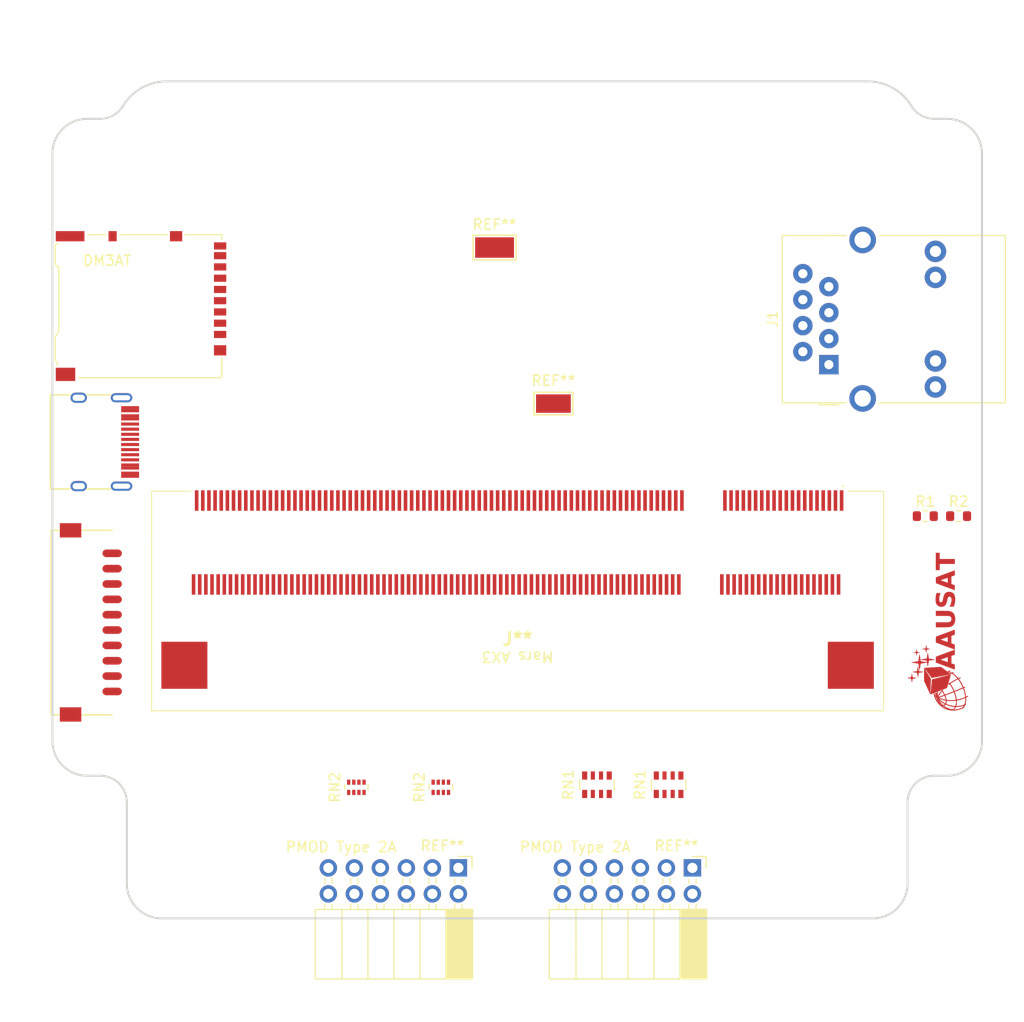
<source format=kicad_pcb>
(kicad_pcb (version 20211014) (generator pcbnew)

  (general
    (thickness 1.6)
  )

  (paper "A4")
  (layers
    (0 "F.Cu" signal)
    (31 "B.Cu" signal)
    (32 "B.Adhes" user "B.Adhesive")
    (33 "F.Adhes" user "F.Adhesive")
    (34 "B.Paste" user)
    (35 "F.Paste" user)
    (36 "B.SilkS" user "B.Silkscreen")
    (37 "F.SilkS" user "F.Silkscreen")
    (38 "B.Mask" user)
    (39 "F.Mask" user)
    (40 "Dwgs.User" user "User.Drawings")
    (41 "Cmts.User" user "User.Comments")
    (42 "Eco1.User" user "User.Eco1")
    (43 "Eco2.User" user "User.Eco2")
    (44 "Edge.Cuts" user)
    (45 "Margin" user)
    (46 "B.CrtYd" user "B.Courtyard")
    (47 "F.CrtYd" user "F.Courtyard")
    (48 "B.Fab" user)
    (49 "F.Fab" user)
    (50 "User.1" user)
    (51 "User.2" user)
    (52 "User.3" user)
    (53 "User.4" user)
    (54 "User.5" user)
    (55 "User.6" user)
    (56 "User.7" user)
    (57 "User.8" user)
    (58 "User.9" user)
  )

  (setup
    (pad_to_mask_clearance 0)
    (pcbplotparams
      (layerselection 0x00010fc_ffffffff)
      (disableapertmacros false)
      (usegerberextensions false)
      (usegerberattributes true)
      (usegerberadvancedattributes true)
      (creategerberjobfile true)
      (svguseinch false)
      (svgprecision 6)
      (excludeedgelayer true)
      (plotframeref false)
      (viasonmask false)
      (mode 1)
      (useauxorigin false)
      (hpglpennumber 1)
      (hpglpenspeed 20)
      (hpglpendiameter 15.000000)
      (dxfpolygonmode true)
      (dxfimperialunits true)
      (dxfusepcbnewfont true)
      (psnegative false)
      (psa4output false)
      (plotreference true)
      (plotvalue true)
      (plotinvisibletext false)
      (sketchpadsonfab false)
      (subtractmaskfromsilk false)
      (outputformat 1)
      (mirror false)
      (drillshape 1)
      (scaleselection 1)
      (outputdirectory "")
    )
  )

  (property "ADDRESS1" "Technoparkstrasse 1")
  (property "ADDRESS2" "CH-8005")
  (property "ADDRESS3" "Zürich")
  (property "ADDRESS4" "Switzerland")
  (property "ADDRESS5" "+41 (0)43 343 39 43")
  (property "AUTHOR" "www.enclustra.com")
  (property "CONFIGURATIONPARAMETERS" "")
  (property "CONFIGURATORNAME" "")
  (property "COPYRIGHT" "©")
  (property "DOCUMENTNUMBER" "2")
  (property "ISUSERCONFIGURABLE" "")
  (property "MODIFIEDDATE" "27.05.2014")
  (property "PAGESETUP" "Record=PageOptions¦CenterHorizontal=True¦CenterVertical=True¦PrintScale=0.71¦XCorrection=1.00¦YCorrection=1.00¦PrintKind=0¦BorderSize=5000000¦LeftOffset=0¦BottomOffset=0¦Orientation=2¦PaperLength=4200¦PaperWidth=2970¦Scale=100¦PaperSource=260¦PrintQuality=-3¦MediaType=1¦DitherType=10¦PrintScaleMode=1¦PaperKind=A4¦PaperIndex=9")
  (property "SHEETTOTAL" "3")
  (property "VERSIONCONTROL_REVNUMBER" "")

  (net 0 "")
  (net 1 "unconnected-(J1-PadSH)")
  (net 2 "unconnected-(J1-PadL1)")
  (net 3 "unconnected-(J1-PadL2)")
  (net 4 "unconnected-(J1-PadL3)")
  (net 5 "unconnected-(J1-PadL4)")
  (net 6 "unconnected-(J1-Pad8)")
  (net 7 "unconnected-(J1-Pad7)")
  (net 8 "unconnected-(J1-Pad6)")
  (net 9 "unconnected-(J1-Pad5)")
  (net 10 "unconnected-(J1-Pad4)")
  (net 11 "unconnected-(J1-Pad3)")
  (net 12 "unconnected-(J1-Pad2)")
  (net 13 "unconnected-(J1-Pad1)")
  (net 14 "GND")
  (net 15 "+3V3")
  (net 16 "unconnected-(RN1-Pad1)")
  (net 17 "unconnected-(RN1-Pad3)")
  (net 18 "unconnected-(RN1-Pad2)")
  (net 19 "unconnected-(RN1-Pad4)")
  (net 20 "unconnected-(RN1-Pad7)")
  (net 21 "unconnected-(RN1-Pad8)")
  (net 22 "unconnected-(RN1-Pad6)")
  (net 23 "unconnected-(RN1-Pad5)")
  (net 24 "unconnected-(RN2-Pad1)")
  (net 25 "unconnected-(RN2-Pad3)")
  (net 26 "unconnected-(RN2-Pad2)")
  (net 27 "unconnected-(RN2-Pad4)")
  (net 28 "unconnected-(RN2-Pad7)")
  (net 29 "unconnected-(RN2-Pad8)")
  (net 30 "unconnected-(RN2-Pad6)")
  (net 31 "unconnected-(RN2-Pad5)")
  (net 32 "/HW_REV_SUPPLY")
  (net 33 "/HW_REV")

  (footprint "Connector_Card:microSD_HC_Hirose_DM3AT-SF-PEJM5" (layer "F.Cu") (at 107.715 82.72 -90))

  (footprint "Resistor_SMD:R_Array_Concave_4x0402" (layer "F.Cu") (at 128.75 129.75 90))

  (footprint "TestPoint:TestPoint_Keystone_5015_Micro-Minature" (layer "F.Cu") (at 148 92.25))

  (footprint "aausat:USB_C_Receptacle_GT-USB-7010" (layer "F.Cu") (at 103.5 96 -90))

  (footprint "Resistor_SMD:R_0603_1608Metric" (layer "F.Cu") (at 184.325 103.25))

  (footprint "Resistor_SMD:R_Array_Convex_4x0603" (layer "F.Cu") (at 159.25 129.5 90))

  (footprint "aausat:PMODPinSocket_2x06_P2.54mm_Horizontal" (layer "F.Cu") (at 155.375 143.585 90))

  (footprint "Resistor_SMD:R_0603_1608Metric" (layer "F.Cu") (at 187.575 103.25))

  (footprint "Resistor_SMD:R_Array_Concave_4x0402" (layer "F.Cu") (at 137 129.75 90))

  (footprint "Resistor_SMD:R_Array_Convex_4x0603" (layer "F.Cu") (at 152.25 129.5 90))

  (footprint "aausat:AAUSAT_6stars" (layer "F.Cu")
    (tedit 5BE85A26) (tstamp 517cb652-c5e5-4d37-9a22-2ace0f8fdfc4)
    (at 185.5 114.5 90)
    (attr through_hole)
    (fp_text reference "G***" (at 0 0 90) (layer "F.Cu") hide
      (effects (font (size 1.524 1.524) (thickness 0.3)))
      (tstamp 20602d97-7660-453e-aed0-6399f810d80a)
    )
    (fp_text value "LOGO" (at 0.75 0 90) (layer "F.Cu") hide
      (effects (font (size 1.524 1.524) (thickness 0.3)))
      (tstamp 034f6636-85b2-4929-9343-1f783333e597)
    )
    (fp_poly (pts
        (xy 7.668244 0.228938)
        (xy 7.05884 0.224292)
        (xy 7.058844 0.966994)
        (xy 7.058847 1.709697)
        (xy 6.584872 1.709697)
        (xy 6.584872 0.228524)
        (xy 5.975475 0.228524)
        (xy 5.975475 -0.143886)
        (xy 7.668244 -0.143886)
        (xy 7.668244 0.228938)
      ) (layer "F.Cu") (width 0.01) (fill solid) (tstamp 000d13df-4d8e-4d68-9f8c-0b607c948838))
    (fp_poly (pts
        (xy -6.113919 -0.356829)
        (xy -6.103134 -0.340144)
        (xy -6.093811 -0.319955)
        (xy -6.089074 -0.302629)
        (xy -6.089865 -0.296027)
        (xy -6.100046 -0.290563)
        (xy -6.121881 -0.283879)
        (xy -6.146258 -0.278336)
        (xy -6.185433 -0.267236)
        (xy -6.219646 -0.249102)
        (xy -6.252116 -0.221458)
        (xy -6.286063 -0.18183)
        (xy -6.304736 -0.156553)
        (xy -6.328897 -0.122669)
        (xy -6.239007 -0.167946)
        (xy -6.197859 -0.188144)
        (xy -6.157738 -0.206907)
        (xy -6.121497 -0.223005)
        (xy -6.091987 -0.235209)
        (xy -6.07206 -0.242289)
        (xy -6.064599 -0.243135)
        (xy -6.06097 -0.235006)
        (xy -6.052755 -0.216868)
        (xy -6.04892 -0.208433)
        (xy -6.040316 -0.188045)
        (xy -6.036348 -0.175592)
        (xy -6.036475 -0.174019)
        (xy -6.044849 -0.170176)
        (xy -6.065025 -0.161339)
        (xy -6.093237 -0.149153)
        (xy -6.104735 -0.144219)
        (xy -6.134193 -0.131196)
        (xy -6.156175 -0.120698)
        (xy -6.167263 -0.11439)
        (xy -6.167901 -0.113431)
        (xy -6.158952 -0.113499)
        (xy -6.137315 -0.115928)
        (xy -6.106991 -0.120238)
        (xy -6.093656 -0.122329)
        (xy -6.06132 -0.127372)
        (xy -6.036418 -0.130963)
        (xy -6.022813 -0.132558)
        (xy -6.021399 -0.132516)
        (xy -6.008118 -0.103724)
        (xy -5.997947 -0.080318)
        (xy -5.992728 -0.066586)
        (xy -5.992403 -0.064988)
        (xy -6.000352 -0.060092)
        (xy -6.024437 -0.054319)
        (xy -6.06501 -0.047589)
        (xy -6.072809 -0.046453)
        (xy -6.103876 -0.041343)
        (xy -6.134031 -0.035427)
        (xy -6.136288 -0.034927)
        (xy -6.165911 -0.028258)
        (xy -6.132056 -0.022866)
        (xy -6.106426 -0.019444)
        (xy -6.071368 -0.015591)
        (xy -6.034335 -0.012126)
        (xy -6.033246 -0.012035)
        (xy -5.968292 -0.006595)
        (xy -5.950724 0.034243)
        (xy -5.940835 0.057873)
        (xy -5.934463 0.074337)
        (xy -5.933156 0.078767)
        (xy -5.940559 0.079651)
        (xy -5.959215 0.07756)
        (xy -5.969127 0.075896)
        (xy -6.001835 0.070251)
        (xy -6.034891 0.065002)
        (xy -6.038954 0.064401)
        (xy -6.06162 0.061954)
        (xy -6.094449 0.059513)
        (xy -6.134217 0.057195)
        (xy -6.177702 0.055122)
        (xy -6.221682 0.053412)
        (xy -6.262936 0.052186)
        (xy -6.298241 0.051563)
        (xy -6.324375 0.051662)
        (xy -6.338116 0.052604)
        (xy -6.33942 0.05324)
        (xy -6.332369 0.058948)
        (xy -6.313475 0.070095)
        (xy -6.286131 0.084739)
        (xy -6.270566 0.092658)
        (xy -6.236377 0.110061)
        (xy -6.206197 0.126264)
        (xy -6.175992 0.14362)
        (xy -6.141732 0.164485)
        (xy -6.099381 0.191213)
        (xy -6.074465 0.207156)
        (xy -6.042776 0.227693)
        (xy -6.021142 0.2424)
        (xy -6.005238 0.254374)
        (xy -5.990736 0.266713)
        (xy -5.988481 0.268727)
        (xy -5.975995 0.277688)
        (xy -5.971376 0.279307)
        (xy -5.962873 0.284317)
        (xy -5.944495 0.29769)
        (xy -5.919358 0.316941)
        (xy -5.890582 0.339586)
        (xy -5.861286 0.363139)
        (xy -5.834587 0.385116)
        (xy -5.813604 0.40303)
        (xy -5.801456 0.414398)
        (xy -5.800552 0.415429)
        (xy -5.791862 0.429925)
        (xy -5.78049 0.453771)
        (xy -5.773752 0.469764)
        (xy -5.760711 0.501931)
        (xy -5.747414 0.534084)
        (xy -5.742589 0.545533)
        (xy -5.735428 0.563402)
        (xy -5.734263 0.571531)
        (xy -5.740735 0.569475)
        (xy -5.756489 0.556791)
        (xy -5.780709 0.53525)
        (xy -5.792947 0.525228)
        (xy -5.803935 0.52101)
        (xy -5.817107 0.52354)
        (xy -5.835898 0.533766)
        (xy -5.863744 0.552631)
        (xy -5.876516 0.561627)
        (xy -5.897529 0.575385)
        (xy -5.92787 0.593846)
        (xy -5.964645 0.615397)
        (xy -6.004964 0.638427)
        (xy -6.045933 0.661324)
        (xy -6.08466 0.682477)
        (xy -6.118253 0.700273)
        (xy -6.14382 0.7131)
        (xy -6.15847 0.719348)
        (xy -6.160147 0.719696)
        (xy -6.17076 0.724493)
        (xy -6.181372 0.731683)
        (xy -6.188827 0.738462)
        (xy -6.191704 0.746832)
        (xy -6.189657 0.760731)
        (xy -6.182338 0.784096)
        (xy -6.174854 0.805473)
        (xy -6.163178 0.837656)
        (xy -6.152642 0.865325)
        (xy -6.145299 0.883105)
        (xy -6.144656 0.884472)
        (xy -6.138678 0.898672)
        (xy -6.128345 0.925105)
        (xy -6.11507 0.96009)
        (xy -6.100268 0.999946)
        (xy -6.099159 1.002965)
        (xy -6.08203 1.049284)
        (xy -6.063939 1.097441)
        (xy -6.043907 1.149982)
        (xy -6.020954 1.209449)
        (xy -5.994103 1.278386)
        (xy -5.962374 1.359335)
        (xy -5.946085 1.400766)
        (xy -5.92924 1.443671)
        (xy -5.913078 1.485006)
        (xy -5.899454 1.520016)
        (xy -5.890352 1.543609)
        (xy -5.880988 1.567369)
        (xy -5.874082 1.583526)
        (xy -5.871943 1.587526)
        (xy -5.863658 1.585338)
        (xy -5.84294 1.577458)
        (xy -5.812816 1.565096)
        (xy -5.77631 1.54946)
        (xy -5.772155 1.547645)
        (xy -5.721955 1.525647)
        (xy -5.684101 1.508917)
        (xy -5.655428 1.495943)
        (xy -5.632773 1.485212)
        (xy -5.612972 1.475213)
        (xy -5.59286 1.464431)
        (xy -5.569272 1.451355)
        (xy -5.560746 1.446591)
        (xy -5.528024 1.428444)
        (xy -5.497839 1.411953)
        (xy -5.475609 1.40007)
        (xy -5.471876 1.398138)
        (xy -5.453318 1.387653)
        (xy -5.442565 1.379722)
        (xy -5.442253 1.379335)
        (xy -5.432506 1.371923)
        (xy -5.414003 1.36123)
        (xy -5.410259 1.359279)
        (xy -5.37775 1.340943)
        (xy -5.334949 1.313891)
        (xy -5.280992 1.277552)
        (xy -5.215015 1.231352)
        (xy -5.189835 1.2134)
        (xy -5.184707 1.207314)
        (xy -5.185483 1.198132)
        (xy -5.193479 1.183062)
        (xy -5.210016 1.159313)
        (xy -5.224681 1.139609)
        (xy -5.245516 1.111595)
        (xy -5.261836 1.089024)
        (xy -5.271402 1.075021)
        (xy -5.272976 1.07208)
        (xy -5.265536 1.072479)
        (xy -5.245971 1.076702)
        (xy -5.218409 1.08385)
        (xy -5.216542 1.084366)
        (xy -5.174754 1.099208)
        (xy -5.143368 1.11703)
        (xy -5.124766 1.136206)
        (xy -5.120626 1.149802)
        (xy -5.117537 1.155697)
        (xy -5.106866 1.149286)
        (xy -5.100002 1.143122)
        (xy -5.086558 1.132006)
        (xy -5.073738 1.127872)
        (xy -5.055193 1.129811)
        (xy -5.036523 1.134027)
        (xy -5.01242 1.140825)
        (xy -4.996875 1.14716)
        (xy -4.993669 1.150135)
        (xy -4.999657 1.158276)
        (xy -5.01516 1.17335)
        (xy -5.031526 1.187606)
        (xy -5.069382 1.219251)
        (xy -5.040044 1.259225)
        (xy -5.018319 1.288903)
        (xy -4.995964 1.319556)
        (xy -4.986155 1.333055)
        (xy -4.96477 1.364494)
        (xy -4.937095 1.408127)
        (xy -4.904737 1.461176)
        (xy -4.869304 1.520863)
        (xy -4.832402 1.58441)
        (xy -4.795637 1.649037)
        (xy -4.760618 1.711966)
        (xy -4.72895 1.770419)
        (xy -4.70224 1.821618)
        (xy -4.693352 1.839347)
        (xy -4.671248 1.883453)
        (xy -4.651674 1.921266)
        (xy -4.635828 1.950578)
        (xy -4.624904 1.969179)
        (xy -4.620099 1.974862)
        (xy -4.620041 1.974769)
        (xy -4.612503 1.966377)
        (xy -4.595264 1.950417)
        (xy -4.57174 1.930022)
        (xy -4.566388 1.925525)
        (xy -4.462744 1.831543)
        (xy -4.364719 1.728242)
        (xy -4.275647 1.619482)
        (xy -4.198865 1.509126)
        (xy -4.179453 1.477511)
        (xy -4.157432 1.438597)
        (xy -4.144662 1.41015)
        (xy -4.140392 1.388979)
        (xy -4.143871 1.371895)
        (xy -4.151618 1.359175)
        (xy -4.158449 1.346998)
        (xy -4.157164 1.334283)
        (xy -4.146961 1.314641)
        (xy -4.145762 1.312623)
        (xy -4.129765 1.286921)
        (xy -4.119159 1.274204)
        (xy -4.111249 1.272583)
        (xy -4.103341 1.280171)
        (xy -4.102002 1.281969)
        (xy -4.095638 1.288594)
        (xy -4.090156 1.286735)
        (xy -4.08389 1.273978)
        (xy -4.075175 1.247913)
        (xy -4.072468 1.239195)
        (xy -4.060976 1.206616)
        (xy -4.048332 1.177878)
        (xy -4.037508 1.159547)
        (xy -4.025311 1.143688)
        (xy -4.006259 1.118238)
        (xy -3.983637 1.087604)
        (xy -3.969543 1.087604)
        (xy -3.965312 1.091836)
        (xy -3.96108 1.087604)
        (xy -3.965312 1.083372)
        (xy -3.969543 1.087604)
        (xy -3.983637 1.087604)
        (xy -3.983422 1.087314)
        (xy -3.969095 1.06773)
        (xy -3.947539 1.038803)
        (xy -3.9298 1.016218)
        (xy -3.918072 1.002695)
        (xy -3.914555 1.000117)
        (xy -3.911263 1.008843)
        (xy -3.904401 1.030358)
        (xy -3.894996 1.061157)
        (xy -3.884075 1.097737)
        (xy -3.872665 1.136594)
        (xy -3.861793 1.174226)
        (xy -3.852487 1.207129)
        (xy -3.845774 1.231799)
        (xy -3.84268 1.244733)
        (xy -3.842586 1.245598)
        (xy -3.849296 1.258198)
        (xy -3.86452 1.270853)
        (xy -3.880899 1.277735)
        (xy -3.883394 1.277911)
        (xy -3.897884 1.275625)
        (xy -3.909483 1.267302)
        (xy -3.919819 1.250292)
        (xy -3.930518 1.221943)
        (xy -3.942725 1.181316)
        (xy -3.966239 1.098565)
        (xy -3.976112 1.162074)
        (xy -3.983408 1.198624)
        (xy -3.99475 1.243749)
        (xy -4.008235 1.290177)
        (xy -4.015353 1.312096)
        (xy -4.044719 1.398608)
        (xy -4.019827 1.46127)
        (xy -4.004128 1.504439)
        (xy -3.996628 1.535544)
        (xy -3.997059 1.557182)
        (xy -4.005155 1.571946)
        (xy -4.008136 1.574695)
        (xy -4.028424 1.582408)
        (xy -4.049455 1.575647)
        (xy -4.067876 1.556359)
        (xy -4.078261 1.533922)
        (xy -4.086688 1.512313)
        (xy -4.094679 1.49956)
        (xy -4.097304 1.4981)
        (xy -4.104856 1.503776)
        (xy -4.104965 1.504921)
        (xy -4.1094 1.514504)
        (xy -4.121304 1.534587)
        (xy -4.138573 1.561709)
        (xy -4.1494 1.578078)
        (xy -4.176146 1.617961)
        (xy -4.195249 1.646255)
        (xy -4.208466 1.665448)
        (xy -4.217555 1.678029)
        (xy -4.224272 1.686487)
        (xy -4.230375 1.693311)
        (xy -4.231923 1.694959)
        (xy -4.244036 1.708592)
        (xy -4.26239 1.730091)
        (xy -4.278411 1.749264)
        (xy -4.302341 1.776477)
        (xy -4.334927 1.811167)
        (xy -4.373288 1.850497)
        (xy -4.414542 1.891633)
        (xy -4.455809 1.931738)
        (xy -4.494209 1.967977)
        (xy -4.52686 1.997512)
        (xy -4.550881 2.01751)
        (xy -4.551009 2.017607)
        (xy -4.594181 2.050442)
        (xy -4.569915 2.107466)
        (xy -4.555322 2.142943)
        (xy -4.541364 2.178832)
        (xy -4.53207 2.204488)
        (xy -4.524438 2.228963)
        (xy -4.522933 2.243548)
        (xy -4.527665 2.254175)
        (xy -4.533099 2.260631)
        (xy -4.55397 2.27538)
        (xy -4.574283 2.273573)
        (xy -4.593445 2.255582)
        (xy -4.610863 2.221777)
        (xy -4.615505 2.209063)
        (xy -4.62927 2.17079)
        (xy -4.642124 2.139087)
        (xy -4.65272 2.117013)
        (xy -4.659709 2.107626)
        (xy -4.66027 2.107497)
        (xy -4.669432 2.111892)
        (xy -4.68626 2.122434)
        (xy -4.704845 2.135164)
        (xy -4.719274 2.146122)
        (xy -4.722826 2.149409)
        (xy -4.732933 2.157468)
        (xy -4.740479 2.162512)
        (xy -4.753351 2.170902)
        (xy -4.776162 2.186013)
        (xy -4.804803 2.20512)
        (xy -4.816654 2.213058)
        (xy -4.851842 2.236587)
        (xy -4.876957 2.25313)
        (xy -4.895942 2.265192)
        (xy -4.912743 2.275279)
        (xy -4.931303 2.285894)
        (xy -4.931613 2.286069)
        (xy -4.949107 2.296085)
        (xy -4.976771 2.312081)
        (xy -5.010168 2.331487)
        (xy -5.031756 2.344074)
        (xy -5.067612 2.36413)
        (xy -5.113427 2.388444)
        (xy -5.165835 2.415359)
        (xy -5.221474 2.443218)
        (xy -5.276978 2.470364)
        (xy -5.328983 2.495138)
        (xy -5.374124 2.515884)
        (xy -5.409036 2.530945)
        (xy -5.419253 2.534957)
        (xy -5.443168 2.544814)
        (xy -5.459651 2.553277)
        (xy -5.463694 2.556536)
        (xy -5.462394 2.56684)
        (xy -5.455296 2.588079)
        (xy -5.443878 2.615907)
        (xy -5.442258 2.619549)
        (xy -5.42542 2.661349)
        (xy -5.418192 2.691378)
        (xy -5.420399 2.711678)
        (xy -5.431866 2.724293)
        (xy -5.433235 2.725061)
        (xy -5.451233 2.728734)
        (xy -5.471712 2.725536)
        (xy -5.487843 2.717391)
        (xy -5.493036 2.708218)
        (xy -5.496433 2.693175)
        (xy -5.505144 2.670061)
        (xy -5.516949 2.64354)
        (xy -5.529627 2.618273)
        (xy -5.540959 2.598922)
        (xy -5.548724 2.590151)
        (xy -5.549317 2.59003)
        (xy -5.561024 2.592888)
        (xy -5.584473 2.600643)
        (xy -5.61568 2.611932)
        (xy -5.635154 2.619329)
        (xy -5.717122 2.6484)
        (xy -5.811983 2.677662)
        (xy -5.915741 2.706145)
        (xy -6.024402 2.73288)
        (xy -6.13397 2.756897)
        (xy -6.240451 2.777225)
        (xy -6.339848 2.792895)
        (xy -6.362478 2.79589)
        (xy -6.37948 2.799734)
        (xy -6.386115 2.803087)
        (xy -6.38448 2.812123)
        (xy -6.376179 2.832539)
        (xy -6.362706 2.860884)
        (xy -6.352478 2.880799)
        (xy -6.331904 2.921464)
        (xy -6.319679 2.950588)
        (xy -6.315115 2.970942)
        (xy -6.317521 2.985296)
        (xy -6.324185 2.994508)
        (xy -6.344568 3.004849)
        (xy -6.366859 3.00036)
        (xy -6.387082 2.982084)
        (xy -6.390352 2.977157)
        (xy -6.401644 2.957049)
        (xy -6.41739 2.926903)
        (xy -6.434855 2.892007)
        (xy -6.441803 2.877707)
        (xy -6.476427 2.805765)
        (xy -6.566621 2.809996)
        (xy -6.629163 2.811509)
        (xy -6.698006 2.810779)
        (xy -6.768592 2.80805)
        (xy -6.836363 2.803564)
        (xy -6.896759 2.797566)
        (xy -6.945223 2.790298)
        (xy -6.948817 2.789595)
        (xy -6.990046 2.781293)
        (xy -7.018961 2.775313)
        (xy -7.039855 2.770698)
        (xy -7.057019 2.766494)
        (xy -7.074748 2.761743)
        (xy -7.078413 2.760733)
        (xy -7.098634 2.756273)
        (xy -7.109043 2.759682)
        (xy -7.115923 2.773598)
        (xy -7.117115 2.776972)
        (xy -7.128305 2.795935)
        (xy -7.145862 2.801532)
        (xy -7.145965 2.801533)
        (xy -7.167025 2.795853)
        (xy -7.185982 2.777489)
        (xy -7.204833 2.744453)
        (xy -7.20625 2.74143)
        (xy -7.218904 2.721395)
        (xy -7.238715 2.704144)
        (xy -7.269955 2.68607)
        (xy -7.274644 2.68369)
        (xy -7.307775 2.665649)
        (xy -7.339821 2.64592)
        (xy -7.360981 2.63093)
        (xy -7.393067 2.605432)
        (xy -7.397697 2.625192)
        (xy -7.408897 2.641899)
        (xy -7.428226 2.648331)
        (xy -7.449241 2.642833)
        (xy -7.453756 2.639607)
        (xy -7.463259 2.626762)
        (xy -7.477673 2.601177)
        (xy -7.495655 2.565843)
        (xy -7.515864 2.52375)
        (xy -7.536956 2.477889)
        (xy -7.557591 2.431252)
        (xy -7.576427 2.386827)
        (xy -7.592121 2.347608)
        (xy -7.603331 2.316583)
        (xy -7.608716 2.296744)
        (xy -7.608997 2.293644)
        (xy -7.612739 2.279472)
        (xy -7.617 2.270311)
        (xy -7.629362 2.241791)
        (xy -7.643525 2.199403)
        (xy -7.658806 2.146025)
        (xy -7.674519 2.084531)
        (xy -7.689982 2.0178)
        (xy -7.704508 1.948707)
        (xy -7.717415 1.880129)
        (xy -7.728017 1.814943)
        (xy -7.731845 1.787554)
        (xy -7.737978 1.725572)
        (xy -7.742028 1.651964)
        (xy -7.742725 1.62354)
        (xy -7.666984 1.62354)
        (xy -7.666599 1.652574)
        (xy -7.663443 1.692963)
        (xy -7.657899 1.742109)
        (xy -7.65035 1.797411)
        (xy -7.641177 1.85627)
        (xy -7.630762 1.916088)
        (xy -7.619489 1.974263)
        (xy -7.607739 2.028198)
        (xy -7.595895 2.075292)
        (xy -7.595181 2.077874)
        (xy -7.584464 2.114763)
        (xy -7.571275 2.157685)
        (xy -7.556666 2.203487)
        (xy -7.541691 2.249019)
        (xy -7.527403 2.291128)
        (xy -7.514855 2.326661)
        (xy -7.505101 2.352468)
        (xy -7.499193 2.365395)
        (xy -7.49902 2.365645)
        (xy -7.492493 2.379822)
        (xy -7.487484 2.39656)
        (xy -7.475981 2.419525)
        (xy -7.451536 2.449546)
        (xy -7.415727 2.484981)
        (xy -7.370134 2.524192)
        (xy -7.346625 2.542802)
        (xy -7.311581 2.568981)
        (xy -7.288121 2.584209)
        (xy -7.275293 2.588913)
        (xy -7.272148 2.583521)
        (xy -7.274714 2.575125)
        (xy -7.301195 2.501152)
        (xy -7.325831 2.414175)
        (xy -7.347923 2.318076)
        (xy -7.366772 2.21674)
        (xy -7.381678 2.11405)
        (xy -7.391943 2.013891)
        (xy -7.396866 1.920146)
        (xy -7.397195 1.89475)
        (xy -7.397317 1.851127)
        (xy -7.323065 1.851127)
        (xy -7.317741 1.930645)
        (xy -7.313098 1.997131)
        (xy -7.308783 2.050997)
        (xy -7.30431 2.096532)
        (xy -7.299193 2.138025)
        (xy -7.292945 2.179763)
        (xy -7.285082 2.226037)
        (xy -7.28283 2.238687)
        (xy -7.25545 2.36628)
        (xy -7.220149 2.490227)
        (xy -7.187733 2.581473)
        (xy -7.173493 2.615285)
        (xy -7.161222 2.636943)
        (xy -7.14809 2.650527)
        (xy -7.134126 2.658779)
        (xy -7.084619 2.677845)
        (xy -7.021 2.69477)
        (xy -6.945997 2.709132)
        (xy -6.862338 2.720508)
        (xy -6.772751 2.728476)
        (xy -6.679964 2.732612)
        (xy -6.654788 2.733017)
        (xy -6.508876 2.734452)
        (xy -6.516931 2.713266)
        (xy -6.526112 2.691759)
        (xy -6.538577 2.665498)
        (xy -6.541319 2.660051)
        (xy -6.554707 2.630835)
        (xy -6.571895 2.588913)
        (xy -6.591636 2.537735)
        (xy -6.612681 2.480753)
        (xy -6.633782 2.421417)
        (xy -6.653691 2.363179)
        (xy -6.67116 2.30949)
        (xy -6.684941 2.263799)
        (xy -6.686056 2.259846)
        (xy -6.695766 2.225454)
        (xy -6.704736 2.194179)
        (xy -6.71116 2.172322)
        (xy -6.711568 2.170976)
        (xy -6.717519 2.148883)
        (xy -6.725844 2.114603)
        (xy -6.735547 2.072539)
        (xy -6.74563 2.027093)
        (xy -6.755097 1.982667)
        (xy -6.762365 1.946684)
        (xy -6.77142 1.900133)
        (xy -6.934177 1.899919)
        (xy -7.027066 1.898161)
        (xy -7.1082 1.892765)
        (xy -7.132333 1.889643)
        (xy -6.692304 1.889643)
        (xy -6.685174 1.928743)
        (xy -6.659484 2.050662)
        (xy -6.625512 2.182029)
        (xy -6.584614 2.318375)
        (xy -6.538141 2.455231)
        (xy -6.487449 2.588127)
        (xy -6.479803 2.606864)
        (xy -6.460785 2.652593)
        (xy -6.446462 2.68481)
        (xy -6.435215 2.705709)
        (xy -6.425423 2.717485)
        (xy -6.415467 2.72233)
        (xy -6.403725 2.722439)
        (xy -6.395379 2.721183)
        (xy -6.375944 2.718078)
        (xy -6.344696 2.713322)
        (xy -6.306582 2.707661)
        (xy -6.280173 2.703807)
        (xy -6.172055 2.68529)
        (xy -6.053934 2.659902)
        (xy -5.930721 2.628779)
        (xy -5.823126 2.5979)
        (xy -5.776029 2.583426)
        (xy -5.733673 2.570091)
        (xy -5.699112 2.558883)
        (xy -5.675403 2.550788)
        (xy -5.666544 2.547335)
        (xy -5.647637 2.539332)
        (xy -5.622037 2.529732)
        (xy -5.615761 2.527535)
        (xy -5.594578 2.517615)
        (xy -5.583834 2.507169)
        (xy -5.58335 2.504243)
        (xy -5.585555 2.496355)
        (xy -5.591454 2.480055)
        (xy -5.601474 2.454286)
        (xy -5.616043 2.41799)
        (xy -5.63559 2.370109)
        (xy -5.660542 2.309585)
        (xy -5.691327 2.235361)
        (xy -5.719886 2.166744)
        (xy -5.76346 2.062074)
        (xy -5.800682 1.972448)
        (xy -5.83178 1.897317)
        (xy -5.85698 1.836127)
        (xy -5.876508 1.788327)
        (xy -5.890591 1.753364)
        (xy -5.899456 1.730688)
        (xy -5.903176 1.720276)
        (xy -5.907984 1.709281)
        (xy -5.916058 1.703586)
        (xy -5.930115 1.703433)
        (xy -5.952872 1.709067)
        (xy -5.987046 1.720731)
        (xy -6.012391 1.730065)
        (xy -6.090949 1.757316)
        (xy -6.178955 1.784358)
        (xy -6.272419 1.810213)
        (xy -6.367349 1.8339)
        (xy -6.459754 1.854438)
        (xy -6.545641 1.870848)
        (xy -6.62102 1.882149)
        (xy -6.640704 1.884367)
        (xy -6.692304 1.889643)
        (xy -7.132333 1.889643)
        (xy -7.182472 1.883157)
        (xy -7.254774 1.86876)
        (xy -7.303102 1.856544)
        (xy -7.323065 1.851127)
        (xy -7.397317 1.851127)
        (xy -7.397401 1.821656)
        (xy -7.458764 1.785503)
        (xy -7.486451 1.767574)
        (xy -7.315167 1.767574)
        (xy -7.27136 1.780583)
        (xy -7.240339 1.788553)
        (xy -7.198385 1.797696)
        (xy -7.151335 1.806888)
        (xy -7.105027 1.81501)
        (xy -7.0653 1.820938)
        (xy -7.054615 1.822223)
        (xy -7.033435 1.823591)
        (xy -7.001246 1.824542)
        (xy -6.961956 1.825084)
        (xy -6.919473 1.825225)
        (xy -6.877703 1.824973)
        (xy -6.840554 1.824337)
        (xy -6.811934 1.823323)
        (xy -6.79575 1.821939)
        (xy -6.794646 1.821702)
        (xy -6.783924 1.815776)
        (xy -6.783469 1.811752)
        (xy -6.78622 1.800752)
        (xy -6.789704 1.778021)
        (xy -6.792853 1.751352)
        (xy -6.796165 1.722632)
        (xy -6.799249 1.701189)
        (xy -6.801279 1.692167)
        (xy -6.803886 1.679652)
        (xy -6.806481 1.652816)
        (xy -6.808966 1.614266)
        (xy -6.811244 1.566609)
        (xy -6.813216 1.512451)
        (xy -6.814784 1.454399)
        (xy -6.81585 1.39506)
        (xy -6.816035 1.371982)
        (xy -6.739733 1.371982)
        (xy -6.739682 1.436954)
        (xy -6.738452 1.496192)
        (xy -6.735944 1.54743)
        (xy -6.733651 1.574692)
        (xy -6.725384 1.653503)
        (xy -6.718553 1.715568)
        (xy -6.713143 1.761009)
        (xy -6.70914 1.789944)
        (xy -6.706798 1.801759)
        (xy -6.695907 1.808115)
        (xy -6.66908 1.809246)
        (xy -6.62648 1.80516)
        (xy -6.58058 1.798037)
        (xy -6.562463 1.794559)
        (xy -6.532105 1.788375)
        (xy -6.493807 1.780374)
        (xy -6.453682 1.771832)
        (xy -6.412333 1.762986)
        (xy -6.375327 1.755134)
        (xy -6.346765 1.749141)
        (xy -6.330956 1.745916)
        (xy -6.311937 1.741345)
        (xy -6.283327 1.733489)
        (xy -6.254782 1.725088)
        (xy -6.22335 1.71585)
        (xy -6.195807 1.70831)
        (xy -6.179587 1.704424)
        (xy -6.160962 1.699379)
        (xy -6.132739 1.690066)
        (xy -6.098315 1.677797)
        (xy -6.06109 1.663881)
        (xy -6.059415 1.663229)
        (xy -5.840053 1.663229)
        (xy -5.837005 1.67177)
        (xy -5.828513 1.693552)
        (xy -5.81556 1.726155)
        (xy -5.799127 1.767159)
        (xy -5.780195 1.814145)
        (xy -5.759745 1.864692)
        (xy -5.73876 1.916381)
        (xy -5.718221 1.966791)
        (xy -5.699108 2.013502)
        (xy -5.682403 2.054094)
        (xy -5.669089 2.086148)
        (xy -5.660145 2.107244)
        (xy -5.658167 2.111729)
        (xy -5.650512 2.129437)
        (xy -5.63822 2.158724)
        (xy -5.623004 2.195476)
        (xy -5.607037 2.234455)
        (xy -5.590167 2.275622)
        (xy -5.574111 2.31439)
        (xy -5.560756 2.346224)
        (xy -5.55241 2.365645)
        (xy -5.539521 2.394932)
        (xy -5.524932 2.428265)
        (xy -5.519947 2.439703)
        (xy -5.509304 2.462386)
        (xy -5.500982 2.476965)
        (xy -5.498057 2.479906)
        (xy -5.488318 2.477044)
        (xy -5.468204 2.469719)
        (xy -5.453146 2.463885)
        (xy -5.361493 2.424706)
        (xy -5.260941 2.376574)
        (xy -5.155344 2.321667)
        (xy -5.048556 2.262164)
        (xy -4.944429 2.200241)
        (xy -4.846819 2.138079)
        (xy -4.759579 2.077855)
        (xy -4.725641 2.052661)
        (xy -4.690368 2.025785)
        (xy -4.738459 1.924872)
        (xy -4.754474 1.891672)
        (xy -4.770386 1.85971)
        (xy -4.787482 1.8266)
        (xy -4.807047 1.789954)
        (xy -4.830369 1.747387)
        (xy -4.858733 1.696511)
        (xy -4.893426 1.634941)
        (xy -4.920465 1.5872)
        (xy -4.939422 1.555014)
        (xy -4.96385 1.515352)
        (xy -4.991783 1.471222)
        (xy -5.021252 1.425627)
        (xy -5.050291 1.381575)
        (xy -5.076932 1.342071)
        (xy -5.099209 1.31012)
        (xy -5.115154 1.288728)
        (xy -5.11827 1.284977)
        (xy -5.123735 1.280521)
        (xy -5.13127 1.279655)
        (xy -5.142983 1.283434)
        (xy -5.16098 1.292916)
        (xy -5.187368 1.30916)
        (xy -5.224256 1.333223)
        (xy -5.254711 1.353458)
        (xy -5.302586 1.384811)
        (xy -5.352794 1.416732)
        (xy -5.400721 1.44635)
        (xy -5.441754 1.470794)
        (xy -5.45918 1.480698)
        (xy -5.49954 1.502508)
        (xy -5.546173 1.526826)
        (xy -5.596345 1.55232)
        (xy -5.647323 1.577657)
        (xy -5.696373 1.601505)
        (xy -5.740761 1.622531)
        (xy -5.777755 1.639403)
        (xy -5.804619 1.650788)
        (xy -5.816778 1.655001)
        (xy -5.833535 1.659902)
        (xy -5.840053 1.663229)
        (xy -6.059415 1.663229)
        (xy -6.024466 1.649628)
        (xy -5.991841 1.63635)
        (xy -5.966615 1.625356)
        (xy -5.952189 1.617958)
        (xy -5.950083 1.615959)
        (xy -5.952952 1.604869)
        (xy -5.960537 1.582203)
        (xy -5.971302 1.552114)
        (xy -5.983715 1.518759)
        (xy -5.99624 1.486292)
        (xy -6.007345 1.458869)
        (xy -6.012347 1.447317)
        (xy -6.019667 1.429931)
        (xy -6.031913 1.399584)
        (xy -6.047975 1.359132)
        (xy -6.066742 1.311429)
        (xy -6.087104 1.259329)
        (xy -6.10795 1.205686)
        (xy -6.12817 1.153357)
        (xy -6.146653 1.105194)
        (xy -6.162289 1.064052)
        (xy -6.173966 1.032787)
        (xy -6.178633 1.019893)
        (xy -6.199974 0.959945)
        (xy -6.216686 0.91408)
        (xy -6.229505 0.880325)
        (xy -6.23917 0.85671)
        (xy -6.241879 0.850616)
        (xy -6.252255 0.824493)
        (xy -6.259279 0.801949)
        (xy -6.265552 0.785144)
        (xy -6.271806 0.778674)
        (xy -6.28177 0.781221)
        (xy -6.304866 0.78825)
        (xy -6.338186 0.798841)
        (xy -6.378817 0.812077)
        (xy -6.404194 0.820473)
        (xy -6.456119 0.836986)
        (xy -6.510667 0.853051)
        (xy -6.562134 0.867066)
        (xy -6.604816 0.87743)
        (xy -6.613658 0.879305)
        (xy -6.649584 0.887121)
        (xy -6.679162 0.894516)
        (xy -6.698519 0.900468)
        (xy -6.703807 0.903101)
        (xy -6.709825 0.917706)
        (xy -6.715571 0.946972)
        (xy -6.720945 0.988633)
        (xy -6.725847 1.040422)
        (xy -6.730174 1.100073)
        (xy -6.733827 1.165321)
        (xy -6.736705 1.233899)
        (xy -6.738707 1.303542)
        (xy -6.739733 1.371982)
        (xy -6.816035 1.371982)
        (xy -6.816317 1.337041)
        (xy -6.816207 1.294921)
        (xy -6.814281 1.195821)
        (xy -6.810285 1.106201)
        (xy -6.804361 1.028119)
        (xy -6.79665 0.96363)
        (xy -6.79136 0.932994)
        (xy -6.785888 0.905631)
        (xy -6.865237 0.905334)
        (xy -6.908606 0.903755)
        (xy -6.95335 0.899826)
        (xy -6.991421 0.894307)
        (xy -6.9996 0.892623)
        (xy -7.03165 0.885382)
        (xy -7.059913 0.878977)
        (xy -7.076068 0.8753)
        (xy -7.089437 0.874136)
        (xy -7.099299 0.880389)
        (xy -7.109383 0.897438)
        (xy -7.11577 0.911286)
        (xy -7.161982 1.025102)
        (xy -7.204007 1.148744)
        (xy -7.240714 1.277733)
        (xy -7.27097 1.407593)
        (xy -7.293642 1.533845)
        (xy -7.3076 1.65201)
        (xy -7.309439 1.677272)
        (xy -7.315167 1.767574)
        (xy -7.486451 1.767574)
        (xy -7.518314 1.746942)
        (xy -7.566939 1.706848)
        (xy -7.610308 1.660353)
        (xy -7.62318 1.644381)
        (xy -7.642674 1.621695)
        (xy -7.657183 1.609177)
        (xy -7.664217 1.608461)
        (xy -7.666984 1.62354)
        (xy -7.742725 1.62354)
        (xy -7.744002 1.571476)
        (xy -7.743903 1.488854)
        (xy -7.743044 1.457106)
        (xy -7.633209 1.457106)
        (xy -7.621211 1.499367)
        (xy -7.597959 1.545821)
        (xy -7.564833 1.593812)
        (xy -7.52321 1.640688)
        (xy -7.514393 1.649307)
        (xy -7.489201 1.670939)
        (xy -7.460086 1.692349)
        (xy -7.431522 1.710618)
        (xy -7.407978 1.722828)
        (xy -7.396499 1.726242)
        (xy -7.393693 1.718586)
        (xy -7.390406 1.697724)
        (xy -7.387154 1.667348)
        (xy -7.385598 1.648334)
        (xy -7.376802 1.563784)
        (xy -7.362643 1.470281)
        (xy -7.344101 1.372244)
        (xy -7.322151 1.274093)
        (xy -7.297772 1.180247)
        (xy -7.271941 1.095126)
        (xy -7.249436 1.032589)
        (xy -7.240412 1.009537)
        (xy -7.228026 0.977594)
        (xy -7.214977 0.943719)
        (xy -7.201213 0.90927)
        (xy -7.187178 0.876402)
        (xy -7.176153 0.852732)
        (xy -7.167891 0.83342)
        (xy -7.166027 0.822168)
        (xy -7.167407 0.820993)
        (xy -7.180245 0.814506)
        (xy -7.199218 0.797396)
        (xy -7.205656 0.790293)
        (xy -7.054405 0.790293)
        (xy -7.0512 0.79867)
        (xy -7.047966 0.800308)
        (xy -7.020108 0.808163)
        (xy -6.980639 0.815669)
        (xy -6.934874 0.822081)
        (xy -6.888124 0.826657)
        (xy -6.845704 0.828655)
        (xy -6.845135 0.828661)
        (xy -6.809684 0.828866)
        (xy -6.787855 0.827945)
        (xy -6.776347 0.824997)
        (xy -6.771855 0.819119)
        (xy -6.771077 0.809408)
        (xy -6.771076 0.808418)
        (xy -6.770336 0.800337)
        (xy -6.688636 0.800337)
        (xy -6.683877 0.809518)
        (xy -6.670432 0.811269)
        (xy -6.645834 0.806781)
        (xy -6.607619 0.797248)
        (xy -6.598978 0.795057)
        (xy -6.543195 0.77992)
        (xy -6.477657 0.760465)
        (xy -6.408372 0.73854)
        (xy -6.341348 0.715993)
        (xy -6.336842 0.71442)
        (xy -6.312319 0.704389)
        (xy -6.30167 0.695508)
        (xy -6.301766 0.686532)
        (xy -6.30771 0.670445)
        (xy -6.316154 0.645877)
        (xy -6.31983 0.634788)
        (xy -6.32904 0.607965)
        (xy -6.337447 0.585563)
        (xy -6.339876 0.579773)
        (xy -6.34458 0.567311)
        (xy -6.353822 0.541178)
        (xy -6.366782 0.503757)
        (xy -6.382636 0.457435)
        (xy -6.400564 0.404596)
        (xy -6.415486 0.360309)
        (xy -6.434103 0.305049)
        (xy -6.450942 0.255367)
        (xy -6.465261 0.213431)
        (xy -6.476315 0.181412)
        (xy -6.483361 0.161477)
        (xy -6.485633 0.155664)
        (xy -6.489836 0.16169)
        (xy -6.498823 0.180755)
        (xy -6.511456 0.210036)
        (xy -6.526601 0.246715)
        (xy -6.543121 0.287969)
        (xy -6.559882 0.330978)
        (xy -6.575748 0.37292)
        (xy -6.589583 0.410975)
        (xy -6.596736 0.431656)
        (xy -6.62142 0.510398)
        (xy -6.645397 0.596631)
        (xy -6.666595 0.682496)
        (xy -6.681956 0.754911)
        (xy -6.687174 0.782532)
        (xy -6.688636 0.800337)
        (xy -6.770336 0.800337)
        (xy -6.769088 0.786718)
        (xy -6.764145 0.758822)
        (xy -6.762442 0.751288)
        (xy -6.757119 0.728949)
        (xy -6.749002 0.694781)
        (xy -6.739194 0.65343)
        (xy -6.728797 0.609538)
        (xy -6.728763 0.609397)
        (xy -6.679893 0.432694)
        (xy -6.617794 0.257763)
        (xy -6.611991 0.243241)
        (xy -6.599421 0.210572)
        (xy -6.591015 0.185674)
        (xy -6.587626 0.171315)
        (xy -6.589217 0.169371)
        (xy -6.62194 0.19897)
        (xy -6.661516 0.238576)
        (xy -6.705202 0.285065)
        (xy -6.750256 0.335315)
        (xy -6.793936 0.386203)
        (xy -6.833499 0.434606)
        (xy -6.866203 0.477402)
        (xy -6.888512 0.510171)
        (xy -6.903006 0.532345)
        (xy -6.915531 0.549196)
        (xy -6.918477 0.55249)
        (xy -6.926908 0.56396)
        (xy -6.941583 0.586792)
        (xy -6.960485 0.61757)
        (xy -6.981599 0.652881)
        (xy -7.002908 0.689311)
        (xy -7.022396 0.723446)
        (xy -7.038045 0.751871)
        (xy -7.047841 0.771172)
        (xy -7.048483 0.772611)
        (xy -7.054405 0.790293)
        (xy -7.205656 0.790293)
        (xy -7.221166 0.773184)
        (xy -7.242929 0.745394)
        (xy -7.261345 0.717548)
        (xy -7.263392 0.713995)
        (xy -7.275419 0.693087)
        (xy -7.284958 0.680621)
        (xy -7.294165 0.677611)
        (xy -7.305195 0.685074)
        (xy -7.320203 0.704025)
        (xy -7.341347 0.735481)
        (xy -7.355741 0.757514)
        (xy -7.385707 0.803637)
        (xy -7.408537 0.839635)
        (xy -7.426502 0.869454)
        (xy -7.441879 0.897041)
        (xy -7.456939 0.926341)
        (xy -7.473958 0.961299)
        (xy -7.477802 0.969329)
        (xy -7.526097 1.078855)
        (xy -7.568312 1.193454)
        (xy -7.605897 1.317359)
        (xy -7.632576 1.421692)
        (xy -7.633209 1.457106)
        (xy -7.743044 1.457106)
        (xy -7.741738 1.408846)
        (xy -7.73751 1.336198)
        (xy -7.731303 1.276215)
        (xy -7.704056 1.127028)
        (xy -7.679472 1.035123)
        (xy -7.597791 1.035123)
        (xy -7.596531 1.036304)
        (xy -7.589936 1.022823)
        (xy -7.586663 1.015661)
        (xy -7.577517 0.996381)
        (xy -7.5628 0.966245)
        (xy -7.544599 0.929494)
        (xy -7.526383 0.893118)
        (xy -7.461897 0.776323)
        (xy -7.387994 0.661866)
        (xy -7.346854 0.605165)
        (xy -7.337408 0.592251)
        (xy -7.22265 0.592251)
        (xy -7.221948 0.602858)
        (xy -7.220491 0.609829)
        (xy -7.199858 0.665916)
        (xy -7.165932 0.716754)
        (xy -7.157807 0.725773)
        (xy -7.131705 0.753278)
        (xy -7.106953 0.708845)
        (xy -7.090433 0.680152)
        (xy -7.074458 0.653945)
        (xy -7.066292 0.641479)
        (xy -7.055353 0.624122)
        (xy -7.050408 0.613136)
        (xy -7.050383 0.61278)
        (xy -7.045806 0.603406)
        (xy -7.033387 0.583152)
        (xy -7.015101 0.554934)
        (xy -6.992918 0.521665)
        (xy -6.968812 0.48626)
        (xy -6.944754 0.451633)
        (xy -6.922717 0.420699)
        (xy -6.904672 0.396371)
        (xy -6.89917 0.389337)
        (xy -6.880868 0.366355)
        (xy -6.866079 0.347548)
        (xy -6.860072 0.339731)
        (xy -6.850617 0.328242)
        (xy -6.83319 0.308029)
        (xy -6.811132 0.282958)
        (xy -6.805169 0.276252)
        (xy -6.780184 0.248134)
        (xy -6.756718 0.221579)
        (xy -6.739306 0.20172)
        (xy -6.737459 0.199592)
        (xy -6.716061 0.174893)
        (xy -6.749917 0.194846)
        (xy -6.785004 0.215571)
        (xy -6.810536 0.230823)
        (xy -6.831563 0.243681)
        (xy -6.85314 0.257223)
        (xy -6.872642 0.269631)
        (xy -6.942346 0.3187)
        (xy -7.018712 0.380996)
        (xy -7.099991 0.455055)
        (xy -7.136626 0.490758)
        (xy -7.171306 0.525379)
        (xy -7.195588 0.55048)
        (xy -7.211131 0.56842)
        (xy -7.219598 0.581558)
        (xy -7.22265 0.592251)
        (xy -7.337408 0.592251)
        (xy -7.327045 0.578086)
        (xy -7.315819 0.558548)
        (xy -7.311097 0.540946)
        (xy -7.310801 0.519675)
        (xy -7.311406 0.509607)
        (xy -7.313871 0.484096)
        (xy -7.317518 0.47271)
        (xy -7.323542 0.472649)
        (xy -7.326298 0.474672)
        (xy -7.336557 0.488668)
        (xy -7.338154 0.495466)
        (xy -7.342408 0.507546)
        (xy -7.344714 0.509241)
        (xy -7.351775 0.517165)
        (xy -7.365537 0.536251)
        (xy -7.383749 0.563294)
        (xy -7.397016 0.583788)
        (xy -7.426978 0.633943)
        (xy -7.458537 0.692305)
        (xy -7.490173 0.75552)
        (xy -7.520363 0.820235)
        (xy -7.547586 0.883097)
        (xy -7.570321 0.940753)
        (xy -7.587045 0.989848)
        (xy -7.594908 1.019893)
        (xy -7.597791 1.035123)
        (xy -7.679472 1.035123)
        (xy -7.66357 0.975676)
        (xy -7.611517 0.828008)
        (xy -7.585499 0.765978)
        (xy -7.569513 0.731928)
        (xy -7.549233 0.691844)
        (xy -7.526611 0.649251)
        (xy -7.503598 0.607675)
        (xy -7.482148 0.570642)
        (xy -7.464213 0.541677)
        (xy -7.451745 0.524307)
        (xy -7.451556 0.524092)
        (xy -7.441791 0.50874)
        (xy -7.43972 0.500816)
        (xy -7.435263 0.491456)
        (xy -7.433081 0.490903)
        (xy -7.424917 0.484296)
        (xy -7.413129 0.467954)
        (xy -7.410374 0.463395)
        (xy -7.390031 0.433123)
        (xy -7.228124 0.433123)
        (xy -7.228124 0.469254)
        (xy -7.175225 0.417296)
        (xy -7.1467 0.38949)
        (xy -7.118704 0.362552)
        (xy -7.096403 0.341447)
        (xy -7.092702 0.338013)
        (xy -7.070999 0.319268)
        (xy -7.04161 0.295514)
        (xy -7.010588 0.271634)
        (xy -7.008064 0.26975)
        (xy -6.981251 0.24974)
        (xy -6.959288 0.233244)
        (xy -6.946064 0.223186)
        (xy -6.944585 0.222025)
        (xy -6.931773 0.212469)
        (xy -6.915194 0.200721)
        (xy -6.900811 0.189726)
        (xy -6.900009 0.186399)
        (xy -6.911516 0.190283)
        (xy -6.934063 0.200921)
        (xy -6.966379 0.217858)
        (xy -6.973167 0.221557)
        (xy -7.014483 0.245283)
        (xy -7.059565 0.272962)
        (xy -7.104742 0.302162)
        (xy -7.146343 0.330449)
        (xy -7.1807 0.355388)
        (xy -7.204142 0.374547)
        (xy -7.204848 0.375203)
        (xy -7.221176 0.395193)
        (xy -7.227567 0.418874)
        (xy -7.228124 0.433123)
        (xy -7.390031 0.433123)
        (xy -7.389561 0.432425)
        (xy -7.358701 0.392581)
        (xy -7.320192 0.346467)
        (xy -7.27643 0.296688)
        (xy -7.229809 0.245849)
        (xy -7.182727 0.196554)
        (xy -7.159682 0.173509)
        (xy -6.872642 0.173509)
        (xy -6.868411 0.177741)
        (xy -6.864179 0.173509)
        (xy -6.868411 0.169277)
        (xy -6.872642 0.173509)
        (xy -7.159682 0.173509)
        (xy -7.14473 0.158558)
        (xy -7.024992 0.158558)
        (xy -7.018464 0.157004)
        (xy -7.017607 0.156581)
        (xy -6.694902 0.156581)
        (xy -6.69067 0.160813)
        (xy -6.686438 0.156581)
        (xy -6.69067 0.152349)
        (xy -6.694902 0.156581)
        (xy -7.017607 0.156581)
        (xy -7.001788 0.148781)
        (xy -6.98902 0.141667)
        (xy -6.9641 0.128862)
        (xy -6.929607 0.113143)
        (xy -6.928644 0.11274)
        (xy -6.412662 0.11274)
        (xy -6.410518 0.120834)
        (xy -6.40365 0.142612)
        (xy -6.392845 0.17575)
        (xy -6.378888 0.217925)
        (xy -6.362563 0.266814)
        (xy -6.344656 0.320093)
        (xy -6.325951 0.37544)
        (xy -6.307234 0.430531)
        (xy -6.289289 0.483043)
        (xy -6.272902 0.530653)
        (xy -6.258857 0.571038)
        (xy -6.24794 0.601874)
        (xy -6.24127 0.619976)
        (xy -6.231296 0.642853)
        (xy -6.222764 0.657415)
        (xy -6.219388 0.66018)
        (xy -6.208294 0.65697)
        (xy -6.188316 0.648954)
        (xy -6.18101 0.645731)
        (xy -6.155328 0.633003)
        (xy -6.119403 0.61371)
        (xy -6.07737 0.590226)
        (xy -6.033362 0.564923)
        (xy -5.991514 0.540174)
        (xy -5.955958 0.518351)
        (xy -5.933156 0.503453)
        (xy -5.908391 0.487296)
        (xy -5.886818 0.474809)
        (xy -5.878141 0.470705)
        (xy -5.870057 0.467681)
        (xy -5.866356 0.464563)
        (xy -5.868822 0.459219)
        (xy -5.879239 0.449516)
        (xy -5.899394 0.43332)
        (xy -5.928522 0.410496)
        (xy -5.949648 0.3937)
        (xy -5.965945 0.380341)
        (xy -5.970303 0.376575)
        (xy -5.984259 0.365698)
        (xy -6.009308 0.347829)
        (xy -6.04228 0.325097)
        (xy -6.080008 0.299629)
        (xy -6.119323 0.273553)
        (xy -6.157056 0.248999)
        (xy -6.190039 0.228093)
        (xy -6.205059 0.21889)
        (xy -6.228172 0.205622)
        (xy -6.258554 0.189059)
        (xy -6.292975 0.170854)
        (xy -6.328207 0.152657)
        (xy -6.361022 0.136118)
        (xy -6.38819 0.122889)
        (xy -6.406484 0.11462)
        (xy -6.412662 0.11274)
        (xy -6.928644 0.11274)
        (xy -6.891882 0.097361)
        (xy -6.881106 0.093127)
        (xy -6.839021 0.076883)
        (xy -6.809447 0.065545)
        (xy -6.789103 0.057922)
        (xy -6.780891 0.055015)
        (xy -6.356348 0.055015)
        (xy -6.352116 0.059247)
        (xy -6.347884 0.055015)
        (xy -6.352116 0.050783)
        (xy -6.356348 0.055015)
        (xy -6.780891 0.055015)
        (xy -6.774707 0.052826)
        (xy -6.76298 0.049067)
        (xy -6.750638 0.045457)
        (xy -6.745685 0.044042)
        (xy -6.733392 0.039988)
        (xy -6.731997 0.03738)
        (xy -6.743212 0.035845)
        (xy -6.768751 0.035005)
        (xy -6.788237 0.034719)
        (xy -6.829229 0.035278)
        (xy -6.857279 0.038485)
        (xy -6.87624 0.044887)
        (xy -6.881339 0.047913)
        (xy -6.902466 0.062724)
        (xy -6.928828 0.082074)
        (xy -6.957152 0.103441)
        (xy -6.984167 0.124307)
        (xy -7.0066 0.142149)
        (xy -7.021178 0.154448)
        (xy -7.024992 0.158558)
        (xy -7.14473 0.158558)
        (xy -7.137579 0.151408)
        (xy -7.096761 0.113014)
        (xy -7.062669 0.083978)
        (xy -7.058041 0.080406)
        (xy -7.036251 0.063775)
        (xy -7.019123 0.05049)
        (xy -7.014182 0.046551)
        (xy -6.92589 -0.019723)
        (xy -6.890602 -0.042619)
        (xy -6.741453 -0.042619)
        (xy -6.703366 -0.042074)
        (xy -6.673937 -0.03997)
        (xy -6.637315 -0.035094)
        (xy -6.610263 -0.030238)
        (xy -6.574432 -0.022949)
        (xy -6.552386 -0.019287)
        (xy -6.541291 -0.019671)
        (xy -6.538312 -0.024516)
        (xy -6.540614 -0.034241)
        (xy -6.542579 -0.040203)
        (xy -6.549669 -0.063739)
        (xy -6.557634 -0.092687)
        (xy -6.559323 -0.099191)
        (xy -6.568457 -0.134903)
        (xy -6.59994 -0.120363)
        (xy -6.623502 -0.108622)
        (xy -6.654793 -0.091923)
        (xy -6.686438 -0.074221)
        (xy -6.741453 -0.042619)
        (xy -6.890602 -0.042619)
        (xy -6.825366 -0.084946)
        (xy -6.716455 -0.147184)
        (xy -6.697274 -0.156875)
        (xy -6.49307 -0.156875)
        (xy -6.487901 -0.138424)
        (xy -6.486765 -0.135257)
        (xy -6.479325 -0.109967)
        (xy -6.475555 -0.088131)
        (xy -6.475486 -0.086755)
        (xy -6.472588 -0.071951)
        (xy -6.468494 -0.067898)
        (xy -6.461434 -0.074576)
        (xy -6.447376 -0.092464)
        (xy -6.436761 -0.107209)
        (xy -6.192714 -0.107209)
        (xy -6.191552 -0.102177)
        (xy -6.187071 -0.101566)
        (xy -6.180104 -0.104663)
        (xy -6.181428 -0.107209)
        (xy -6.191473 -0.108222)
        (xy -6.192714 -0.107209)
        (xy -6.436761 -0.107209)
        (xy -6.428564 -0.118593)
        (xy -6.413229 -0.141001)
        (xy -6.393238 -0.171341)
        (xy -6.37768 -0.195992)
        (xy -6.368422 -0.211929)
        (xy -6.366726 -0.216332)
        (xy -6.375063 -0.214533)
        (xy -6.393289 -0.207182)
        (xy -6.402947 -0.202762)
        (xy -6.425777 -0.192874)
        (xy -6.442828 -0.187087)
        (xy -6.446367 -0.186492)
        (xy -6.460603 -0.182628)
        (xy -6.47669 -0.17546)
        (xy -6.489879 -0.167043)
        (xy -6.49307 -0.156875)
        (xy -6.697274 -0.156875)
        (xy -6.603004 -0.204501)
        (xy -6.488859 -0.254962)
        (xy -6.377866 -0.296631)
        (xy -6.273871 -0.327575)
        (xy -6.267477 -0.329161)
        (xy -6.239908 -0.335997)
        (xy -6.205291 -0.344698)
        (xy -6.182839 -0.350395)
        (xy -6.154599 -0.357291)
        (xy -6.132623 -0.362103)
        (xy -6.123044 -0.363644)
        (xy -6.113919 -0.356829)
      ) (layer "F.Cu") (width 0.01) (fill solid) (tstamp 02c63b46-1409-4071-8d7c-a061a396c131))
    (fp_poly (pts
        (xy -4.10267 -1.29494)
        (xy -3.999821 -1.294839)
        (xy -3.911739 -1.294644)
        (xy -3.837343 -1.294333)
        (xy -3.775552 -1.293882)
        (xy -3.725285 -1.293271)
        (xy -3.685463 -1.292476)
        (xy -3.655004 -1.291475)
        (xy -3.632829 -1.290246)
        (xy -3.617855 -1.288767)
        (xy -3.609004 -1.287015)
        (xy -3.605193 -1.284969)
        (xy -3.605344 -1.282605)
        (xy -3.605598 -1.282273)
        (xy -3.620008 -1.271517)
        (xy -3.627794 -1.269577)
        (xy -3.63839 -1.265759)
        (xy -3.639453 -1.263038)
        (xy -3.646247 -1.255429)
        (xy -3.663289 -1.244152)
        (xy -3.671193 -1.239783)
        (xy -3.693968 -1.226704)
        (xy -3.711284 -1.214888)
        (xy -3.714117 -1.212466)
        (xy -3.729663 -1.203235)
        (xy -3.736687 -1.201866)
        (xy -3.748997 -1.197179)
        (xy -3.750894 -1.19436)
        (xy -3.758612 -1.188005)
        (xy -3.778779 -1.174174)
        (xy -3.809373 -1.154175)
        (xy -3.848375 -1.129315)
        (xy -3.893762 -1.100904)
        (xy -3.927224 -1.080234)
        (xy -3.976425 -1.049974)
        (xy -4.021274 -1.022342)
        (xy -4.059605 -0.998676)
        (xy -4.089252 -0.980314)
        (xy -4.108049 -0.968595)
        (xy -4.113429 -0.965169)
        (xy -4.149786 -0.941252)
        (xy -4.188775 -0.916043)
        (xy -4.227703 -0.891233)
        (xy -4.263877 -0.868508)
        (xy -4.294606 -0.849557)
        (xy -4.317198 -0.836067)
        (xy -4.32896 -0.829727)
        (xy -4.32988 -0.829457)
        (xy -4.339098 -0.82513)
        (xy -4.355686 -0.814617)
        (xy -4.357107 -0.813643)
        (xy -4.382443 -0.796562)
        (xy -4.413092 -0.776474)
        (xy -4.44582 -0.755423)
        (xy -4.477392 -0.735456)
        (xy -4.504575 -0.718617)
        (xy -4.524136 -0.70695)
        (xy -4.53284 -0.702501)
        (xy -4.532875 -0.702499)
        (xy -4.542055 -0.697823)
        (xy -4.559077 -0.686136)
        (xy -4.565492 -0.68134)
        (xy -4.584252 -0.668074)
        (xy -4.597324 -0.660711)
        (xy -4.599387 -0.66018)
        (xy -4.609677 -0.654854)
        (xy -4.618513 -0.647209)
        (xy -4.626721 -0.641956)
        (xy -4.640776 -0.638397)
        (xy -4.663345 -0.636303)
        (xy -4.697094 -0.635446)
        (xy -4.744692 -0.635597)
        (xy -4.753097 -0.635691)
        (xy -4.796519 -0.636347)
        (xy -4.833425 -0.637164)
        (xy -4.860748 -0.638053)
        (xy -4.875422 -0.638928)
        (xy -4.877058 -0.63925)
        (xy -4.885825 -0.640111)
        (xy -4.909029 -0.641333)
        (xy -4.944184 -0.642816)
        (xy -4.988807 -0.644457)
        (xy -5.040413 -0.646155)
        (xy -5.06138 -0.646795)
        (xy -5.119936 -0.648629)
        (xy -5.177098 -0.650574)
        (xy -5.229145 -0.652489)
        (xy -5.272359 -0.654239)
        (xy -5.303023 -0.655684)
        (xy -5.306831 -0.655896)
        (xy -5.335958 -0.657326)
        (xy -5.377947 -0.659051)
        (xy -5.428736 -0.660922)
        (xy -5.484266 -0.662788)
        (xy -5.535355 -0.664351)
        (xy -5.592482 -0.666098)
        (xy -5.649322 -0.667993)
        (xy -5.701584 -0.669883)
        (xy -5.744977 -0.671612)
        (xy -5.772343 -0.672874)
        (xy -5.80511 -0.674415)
        (xy -5.850281 -0.67632)
        (xy -5.90334 -0.678409)
        (xy -5.959771 -0.680503)
        (xy -6.000866 -0.681944)
        (xy -6.050458 -0.683759)
        (xy -6.093871 -0.685585)
        (xy -6.128412 -0.687288)
        (xy -6.15139 -0.688737)
        (xy -6.160104 -0.689789)
        (xy -6.154602 -0.694373)
        (xy -6.137621 -0.703728)
        (xy -6.117785 -0.713463)
        (xy -6.052273 -0.744262)
        (xy -6.000664 -0.76844)
        (xy -5.961569 -0.786637)
        (xy -5.9336 -0.799492)
        (xy -5.915366 -0.807646)
        (xy -5.905481 -0.811739)
        (xy -5.902764 -0.812529)
        (xy -5.894049 -0.815961)
        (xy -5.873079 -0.825338)
        (xy -5.842863 -0.839288)
        (xy -5.80641 -0.856436)
        (xy -5.80084 -0.859081)
        (xy -5.763858 -0.876558)
        (xy -5.732809 -0.891042)
        (xy -5.710659 -0.901164)
        (xy -5.700375 -0.905552)
        (xy -5.700042 -0.905632)
        (xy -5.691699 -0.90901)
        (xy -5.671316 -0.91816)
        (xy -5.642147 -0.931599)
        (xy -5.614325 -0.944609)
        (xy -5.57483 -0.962875)
        (xy -5.535957 -0.980321)
        (xy -5.503325 -0.994449)
        (xy -5.488996 -1.000326)
        (xy -5.463517 -1.010947)
        (xy -5.444292 -1.020005)
        (xy -5.438042 -1.023693)
        (xy -5.426934 -1.029889)
        (xy -5.404278 -1.040942)
        (xy -5.37404 -1.054946)
        (xy -5.357614 -1.062327)
        (xy -5.317096 -1.08043)
        (xy -5.274393 -1.099631)
        (xy -5.237436 -1.116364)
        (xy -5.230656 -1.119454)
        (xy -5.193933 -1.136194)
        (xy -5.155107 -1.153852)
        (xy -5.12909 -1.165655)
        (xy -5.094474 -1.181474)
        (xy -5.055281 -1.199587)
        (xy -5.031756 -1.210565)
        (xy -4.998485 -1.226049)
        (xy -4.957963 -1.244731)
        (xy -4.918366 -1.262841)
        (xy -4.914322 -1.26468)
        (xy -4.84767 -1.294969)
        (xy -4.221366 -1.294969)
        (xy -4.10267 -1.29494)
      ) (layer "F.Cu") (width 0.01) (fill solid) (tstamp 06732f3e-9c08-43f8-b3e3-4c1f4ec0ace4))
    (fp_poly (pts
        (xy 3.23455 -0.166127)
        (xy 3.375615 -0.153014)
        (xy 3.5093 -0.13179)
        (xy 3.516724 -0.130314)
        (xy 3.555393 -0.122561)
        (xy 3.595492 -0.114561)
        (xy 3.622526 -0.109198)
        (xy 3.650309 -0.102556)
        (xy 3.671943 -0.095315)
        (xy 3.679861 -0.091114)
        (xy 3.691789 -0.085995)
        (xy 3.695786 -0.087367)
        (xy 3.706371 -0.08805)
        (xy 3.716741 -0.084043)
        (xy 3.721812 -0.080324)
        (xy 3.72567 -0.073891)
        (xy 3.728479 -0.062627)
        (xy 3.730403 -0.044416)
        (xy 3.731608 -0.01714)
        (xy 3.732259 0.021316)
        (xy 3.732518 0.073071)
        (xy 3.732556 0.119362)
        (xy 3.732556 0.314303)
        (xy 3.713512 0.308465)
        (xy 3.69483 0.301238)
        (xy 3.686005 0.296318)
        (xy 3.673734 0.290415)
        (xy 3.650952 0.281797)
        (xy 3.63099 0.275068)
        (xy 3.604151 0.266082)
        (xy 3.583665 0.258548)
        (xy 3.575975 0.255142)
        (xy 3.55973 0.249083)
        (xy 3.557016 0.248567)
        (xy 3.543917 0.245321)
        (xy 3.5201 0.238423)
        (xy 3.493537 0.230248)
        (xy 3.420122 0.209529)
        (xy 3.349394 0.195222)
        (xy 3.275781 0.186546)
        (xy 3.193715 0.182717)
        (xy 3.152782 0.182366)
        (xy 3.0995 0.182671)
        (xy 3.059506 0.183738)
        (xy 3.029165 0.185937)
        (xy 3.004843 0.18964)
        (xy 2.982903 0.195218)
        (xy 2.963484 0.201685)
        (xy 2.912138 0.223917)
        (xy 2.875239 0.249629)
        (xy 2.850368 0.280872)
        (xy 2.838731 0.307397)
        (xy 2.829071 0.358873)
        (xy 2.835362 0.40565)
        (xy 2.857098 0.446989)
        (xy 2.893773 0.482147)
        (xy 2.944878 0.510383)
        (xy 2.987785 0.525301)
        (xy 3.005733 0.530389)
        (xy 3.019785 0.534258)
        (xy 3.033326 0.537678)
        (xy 3.049737 0.541418)
        (xy 3.0724 0.546246)
        (xy 3.104699 0.552932)
        (xy 3.150015 0.562245)
        (xy 3.152782 0.562814)
        (xy 3.197772 0.572101)
        (xy 3.240362 0.580966)
        (xy 3.275926 0.58844)
        (xy 3.299839 0.593557)
        (xy 3.3009 0.593789)
        (xy 3.330669 0.600072)
        (xy 3.358146 0.605478)
        (xy 3.364379 0.606611)
        (xy 3.387745 0.612387)
        (xy 3.404025 0.618699)
        (xy 3.424626 0.62543)
        (xy 3.433649 0.626376)
        (xy 3.45194 0.630229)
        (xy 3.47326 0.639072)
        (xy 3.493064 0.647951)
        (xy 3.506992 0.651723)
        (xy 3.507115 0.651724)
        (xy 3.520123 0.65562)
        (xy 3.543737 0.665937)
        (xy 3.573904 0.680635)
        (xy 3.60657 0.697672)
        (xy 3.637681 0.715009)
        (xy 3.660928 0.729137)
        (xy 3.703758 0.763679)
        (xy 3.745118 0.809284)
        (xy 3.781799 0.861311)
        (xy 3.810591 0.915118)
        (xy 3.828284 0.966065)
        (xy 3.829814 0.973342)
        (xy 3.839909 1.03075)
        (xy 3.846066 1.077538)
        (xy 3.848742 1.119431)
        (xy 3.848394 1.162156)
        (xy 3.84701 1.18917)
        (xy 3.83671 1.282037)
        (xy 3.818012 1.361908)
        (xy 3.798666 1.413462)
        (xy 3.776792 1.455868)
        (xy 3.749338 1.49942)
        (xy 3.719578 1.53959)
        (xy 3.690787 1.571851)
        (xy 3.672925 1.58733)
        (xy 3.650738 1.60368)
        (xy 3.633427 1.616957)
        (xy 3.628313 1.621158)
        (xy 3.596585 1.642611)
        (xy 3.551632 1.66422)
        (xy 3.497104 1.684803)
        (xy 3.436651 1.703177)
        (xy 3.373922 1.718162)
        (xy 3.312567 1.728575)
        (xy 3.288204 1.73129)
        (xy 3.258465 1.733545)
        (xy 3.221395 1.73567)
        (xy 3.180571 1.737547)
        (xy 3.139572 1.739057)
        (xy 3.101976 1.74008)
        (xy 3.071363 1.740497)
        (xy 3.051309 1.740189)
        (xy 3.045313 1.73938)
        (xy 3.036318 1.737905)
        (xy 3.014249 1.73578)
        (xy 2.98293 1.733347)
        (xy 2.962346 1.73195)
        (xy 2.9132 1.728522)
        (xy 2.874039 1.724935)
        (xy 2.838627 1.720348)
        (xy 2.800729 1.71392)
        (xy 2.754109 1.704811)
        (xy 2.740402 1.702024)
        (xy 2.639893 1.679889)
        (xy 2.551801 1.656875)
        (xy 2.471622 1.631784)
        (xy 2.456322 1.626476)
        (xy 2.411578 1.6107)
        (xy 2.409771 1.406283)
        (xy 2.409389 1.349481)
        (xy 2.409279 1.298746)
        (xy 2.409427 1.256383)
        (xy 2.409818 1.224699)
        (xy 2.410439 1.205998)
        (xy 2.411011 1.201866)
        (xy 2.419494 1.205482)
        (xy 2.438623 1.214919)
        (xy 2.461794 1.226853)
        (xy 2.548277 1.26821)
        (xy 2.641385 1.305819)
        (xy 2.736169 1.338005)
        (xy 2.827682 1.36309)
        (xy 2.910976 1.379399)
        (xy 2.912794 1.379663)
        (xy 2.966229 1.385243)
        (xy 3.025401 1.387937)
        (xy 3.085671 1.387842)
        (xy 3.142394 1.385056)
        (xy 3.19093 1.379677)
        (xy 3.222143 1.373177)
        (xy 3.28302 1.349345)
        (xy 3.330066 1.31707)
        (xy 3.36278 1.276963)
        (xy 3.380663 1.229635)
        (xy 3.383251 1.176107)
        (xy 3.372182 1.126104)
        (xy 3.349801 1.084352)
        (xy 3.326602 1.060647)
        (xy 3.297669 1.043551)
        (xy 3.254511 1.025151)
        (xy 3.199694 1.00628)
        (xy 3.135785 0.987771)
        (xy 3.065351 0.970457)
        (xy 3.017361 0.960253)
        (xy 2.995122 0.955771)
        (xy 2.981003 0.952844)
        (xy 2.979274 0.952457)
        (xy 2.969058 0.95017)
        (xy 2.948721 0.945727)
        (xy 2.941186 0.944094)
        (xy 2.917721 0.938869)
        (xy 2.901236 0.934934)
        (xy 2.898867 0.934293)
        (xy 2.887321 0.931035)
        (xy 2.863737 0.924457)
        (xy 2.832391 0.915749)
        (xy 2.818461 0.911887)
        (xy 2.722488 0.879231)
        (xy 2.636641 0.837629)
        (xy 2.562618 0.788132)
        (xy 2.502121 0.73179)
        (xy 2.4771 0.700865)
        (xy 2.455803 0.665261)
        (xy 2.434754 0.619481)
        (xy 2.416492 0.570119)
        (xy 2.403555 0.523772)
        (xy 2.399223 0.498558)
        (xy 2.39699 0.469665)
        (xy 2.395516 0.433604)
        (xy 2.394802 0.394433)
        (xy 2.394844 0.356212)
        (xy 2.39564 0.322998)
        (xy 2.39719 0.29885)
        (xy 2.399314 0.288072)
        (xy 2.40301 0.275853)
        (xy 2.406997 0.253792)
        (xy 2.408172 0.245209)
        (xy 2.423144 0.185135)
        (xy 2.45189 0.123078)
        (xy 2.492037 0.062133)
        (xy 2.541211 0.005394)
        (xy 2.597037 -0.044042)
        (xy 2.657143 -0.083081)
        (xy 2.661879 -0.085567)
        (xy 2.722849 -0.112934)
        (xy 2.789913 -0.136301)
        (xy 2.854928 -0.152971)
        (xy 2.877707 -0.157035)
        (xy 2.905012 -0.161405)
        (xy 2.927569 -0.165402)
        (xy 2.932722 -0.166437)
        (xy 2.946562 -0.167663)
        (xy 2.974132 -0.168756)
        (xy 3.012238 -0.169636)
        (xy 3.057684 -0.170225)
        (xy 3.093536 -0.170424)
        (xy 3.23455 -0.166127)
      ) (layer "F.Cu") (width 0.01) (fill solid) (tstamp 1cdb27c8-e9b7-413d-a6e6-8ef8360142f4))
    (fp_poly (pts
        (xy -4.56857 -2.927629)
        (xy -4.566531 -2.923864)
        (xy -4.564061 -2.915426)
        (xy -4.560823 -2.900544)
        (xy -4.556482 -2.87745)
        (xy -4.5507 -2.844372)
        (xy -4.543142 -2.79954)
        (xy -4.533471 -2.741186)
        (xy -4.523995 -2.683624)
        (xy -4.516533 -2.638849)
        (xy -4.509939 -2.600434)
        (xy -4.504723 -2.571263)
        (xy -4.501396 -2.554226)
        (xy -4.500529 -2.551036)
        (xy -4.491744 -2.548754)
        (xy -4.471827 -2.545269)
        (xy -4.460446 -2.543547)
        (xy -4.439485 -2.540327)
        (xy -4.405473 -2.534886)
        (xy -4.362054 -2.527816)
        (xy -4.312868 -2.519708)
        (xy -4.274242 -2.513279)
        (xy -4.225861 -2.505216)
        (xy -4.18313 -2.498144)
        (xy -4.148908 -2.492531)
        (xy -4.126054 -2.488846)
        (xy -4.117661 -2.487577)
        (xy -4.118348 -2.485514)
        (xy -4.133855 -2.481211)
        (xy -4.162274 -2.475042)
        (xy -4.2017 -2.467378)
        (xy -4.250227 -2.458595)
        (xy -4.30595 -2.449066)
        (xy -4.354648 -2.441121)
        (xy -4.401815 -2.433503)
        (xy -4.442779 -2.426728)
        (xy -4.474778 -2.421267)
        (xy -4.495054 -2.417588)
        (xy -4.500989 -2.416237)
        (xy -4.503096 -2.407672)
        (xy -4.507308 -2.385277)
        (xy -4.513114 -2.351944)
        (xy -4.520004 -2.310566)
        (xy -4.524268 -2.284194)
        (xy -4.536126 -2.210603)
        (xy -4.545744 -2.15231)
        (xy -4.553413 -2.107875)
        (xy -4.559426 -2.07586)
        (xy -4.564076 -2.054825)
        (xy -4.567653 -2.04333)
        (xy -4.570452 -2.039937)
        (xy -4.572763 -2.043206)
        (xy -4.573035 -2.044019)
        (xy -4.576156 -2.057897)
        (xy -4.581295 -2.085237)
        (xy -4.587876 -2.122772)
        (xy -4.595317 -2.167238)
        (xy -4.600033 -2.196368)
        (xy -4.608094 -2.246154)
        (xy -4.615971 -2.293604)
        (xy -4.622968 -2.334616)
        (xy -4.62839 -2.365086)
        (xy -4.630313 -2.375185)
        (xy -4.638956 -2.418581)
        (xy -4.678775 -2.424511)
        (xy -4.70529 -2.428606)
        (xy -4.725973 -2.432056)
        (xy -4.73129 -2.433055)
        (xy -4.747556 -2.436045)
        (xy -4.77183 -2.440153)
        (xy -4.777841 -2.441132)
        (xy -4.83948 -2.451218)
        (xy -4.895249 -2.460614)
        (xy -4.943026 -2.468943)
        (xy -4.980684 -2.475825)
        (xy -5.006102 -2.48088)
        (xy -5.017155 -2.483729)
        (xy -5.017403 -2.483892)
        (xy -5.011119 -2.486477)
        (xy -4.991981 -2.490794)
        (xy -4.963863 -2.495988)
        (xy -4.95825 -2.496933)
        (xy -4.927292 -2.502123)
        (xy -4.884547 -2.509359)
        (xy -4.834908 -2.51781)
        (xy -4.783268 -2.526644)
        (xy -4.765145 -2.529755)
        (xy -4.633955 -2.552299)
        (xy -4.628048 -2.594394)
        (xy -4.623944 -2.622129)
        (xy -4.61807 -2.659955)
        (xy -4.611459 -2.701268)
        (xy -4.608904 -2.716895)
        (xy -4.601587 -2.762133)
        (xy -4.593947 -2.810649)
        (xy -4.587367 -2.853618)
        (xy -4.585986 -2.862896)
        (xy -4.580759 -2.893685)
        (xy -4.57555 -2.916722)
        (xy -4.571306 -2.927986)
        (xy -4.570513 -2.928491)
        (xy -4.56857 -2.927629)
      ) (layer "F.Cu") (width 0.01) (fill solid) (tstamp 545cc91e-307a-40d9-a9db-374cf33aa5ba))
    (fp_poly (pts
        (xy -2.459053 -0.061454)
        (xy -2.446266 -0.026973)
        (xy -2.436204 0.002196)
        (xy -2.430209 0.022047)
        (xy -2.429124 0.02784)
        (xy -2.423625 0.043907)
        (xy -2.421129 0.046974)
        (xy -2.414903 0.058177)
        (xy -2.40505 0.081296)
        (xy -2.393288 0.112181)
        (xy -2.388022 0.126957)
        (xy -2.375308 0.163379)
        (xy -2.363458 0.197322)
        (xy -2.354501 0.222973)
        (xy -2.352563 0.228524)
        (xy -2.343372 0.252932)
        (xy -2.334887 0.272589)
        (xy -2.33427 0.273831)
        (xy -2.327936 0.289129)
        (xy -2.318367 0.31542)
        (xy -2.307424 0.34755)
        (xy -2.30523 0.354237)
        (xy -2.293608 0.388705)
        (xy -2.282358 0.420086)
        (xy -2.273674 0.442285)
        (xy -2.27277 0.444352)
        (xy -2.253435 0.490435)
        (xy -2.231368 0.548626)
        (xy -2.214199 0.596701)
        (xy -2.20064 0.63465)
        (xy -2.186116 0.674146)
        (xy -2.175363 0.702499)
        (xy -2.16347 0.733826)
        (xy -2.148907 0.773179)
        (xy -2.13461 0.812613)
        (xy -2.133127 0.816761)
        (xy -2.119025 0.855703)
        (xy -2.104287 0.89547)
        (xy -2.091863 0.928115)
        (xy -2.090728 0.931023)
        (xy -2.080492 0.957528)
        (xy -2.072887 0.977926)
        (xy -2.070111 0.986038)
        (xy -2.065126 1.001237)
        (xy -2.062953 1.007197)
        (xy -2.044303 1.05728)
        (xy -2.02972 1.097631)
        (xy -2.01981 1.126511)
        (xy -2.015181 1.142182)
        (xy -2.015001 1.144488)
        (xy -2.012673 1.152695)
        (xy -2.004594 1.170702)
        (xy -1.999626 1.180706)
        (xy -1.988677 1.203125)
        (xy -1.981518 1.219561)
        (xy -1.98037 1.223025)
        (xy -1.979206 1.227807)
        (xy -1.977469 1.233544)
        (xy -1.973975 1.243586)
        (xy -1.96754 1.261283)
        (xy -1.956981 1.289986)
        (xy -1.950466 1.307664)
        (xy -1.939556 1.337526)
        (xy -1.930999 1.361425)
        (xy -1.926463 1.374698)
        (xy -1.926262 1.375375)
        (xy -1.921547 1.388815)
        (xy -1.91413 1.407665)
        (xy -1.907074 1.428128)
        (xy -1.904365 1.441944)
        (xy -1.89912 1.457741)
        (xy -1.897058 1.460436)
        (xy -1.891122 1.471762)
        (xy -1.88172 1.494867)
        (xy -1.870577 1.525419)
        (xy -1.866882 1.536188)
        (xy -1.855365 1.569665)
        (xy -1.845046 1.598569)
        (xy -1.837735 1.617854)
        (xy -1.836481 1.620826)
        (xy -1.829747 1.63663)
        (xy -1.820764 1.658475)
        (xy -1.811783 1.680777)
        (xy -1.805058 1.697949)
        (xy -1.802794 1.704382)
        (xy -1.810905 1.70458)
        (xy -1.833832 1.704609)
        (xy -1.869468 1.704479)
        (xy -1.915702 1.704202)
        (xy -1.970425 1.703788)
        (xy -2.031528 1.70325)
        (xy -2.046972 1.703103)
        (xy -2.291155 1.700741)
        (xy -2.302979 1.665015)
        (xy -2.310174 1.642501)
        (xy -2.314458 1.627614)
        (xy -2.314961 1.625058)
        (xy -2.318844 1.614782)
        (xy -2.320212 1.612362)
        (xy -2.325378 1.600081)
        (xy -2.333364 1.577278)
        (xy -2.339783 1.557347)
        (xy -2.348606 1.529525)
        (xy -2.356002 1.507148)
        (xy -2.359223 1.4981)
        (xy -2.364701 1.483078)
        (xy -2.365972 1.479057)
        (xy -2.369877 1.468477)
        (xy -2.37376 1.457897)
        (xy -2.378081 1.445976)
        (xy -2.384376 1.43039)
        (xy -2.392496 1.407538)
        (xy -2.396479 1.392302)
        (xy -2.397663 1.388249)
        (xy -2.400505 1.3849)
        (xy -2.406494 1.382189)
        (xy -2.417117 1.380048)
        (xy -2.433863 1.37841)
        (xy -2.45822 1.377207)
        (xy -2.491676 1.376373)
        (xy -2.53572 1.37584)
        (xy -2.59184 1.375541)
        (xy -2.661523 1.375409)
        (xy -2.746259 1.375375)
        (xy -3.142199 1.375375)
        (xy -3.171154 1.455781)
        (xy -3.183953 1.491737)
        (xy -3.194862 1.523143)
        (xy -3.202382 1.545644)
        (xy -3.204659 1.553115)
        (xy -3.21221 1.575571)
        (xy -3.216941 1.586971)
        (xy -3.22357 1.60417)
        (xy -3.232613 1.630902)
        (xy -3.239511 1.652886)
        (xy -3.254349 1.701874)
        (xy -3.496219 1.703669)
        (xy -3.73809 1.705465)
        (xy -3.727676 1.670864)
        (xy -3.71894 1.644201)
        (xy -3.706818 1.610067)
        (xy -3.696281 1.581993)
        (xy -3.684632 1.551752)
        (xy -3.674739 1.525876)
        (xy -3.669054 1.510796)
        (xy -3.663543 1.495838)
        (xy -3.65379 1.469341)
        (xy -3.641393 1.435653)
        (xy -3.63323 1.413462)
        (xy -3.619259 1.3756)
        (xy -3.606198 1.34041)
        (xy -3.595982 1.313095)
        (xy -3.592321 1.303432)
        (xy -3.582218 1.276586)
        (xy -3.568141 1.238618)
        (xy -3.55185 1.194334)
        (xy -3.535106 1.148539)
        (xy -3.519668 1.106038)
        (xy -3.507298 1.071637)
        (xy -3.503953 1.062212)
        (xy -3.493979 1.034459)
        (xy -3.490199 1.024125)
        (xy -3.019501 1.024125)
        (xy -2.524626 1.024125)
        (xy -2.566567 0.903515)
        (xy -2.584954 0.850785)
        (xy -2.604884 0.793878)
        (xy -2.624075 0.73929)
        (xy -2.640249 0.693517)
        (xy -2.641683 0.689476)
        (xy -2.655147 0.650978)
        (xy -2.666613 0.61711)
        (xy -2.674787 0.591763)
        (xy -2.678262 0.579446)
        (xy -2.683754 0.56093)
        (xy -2.692985 0.536333)
        (xy -2.695145 0.531146)
        (xy -2.703649 0.510281)
        (xy -2.708406 0.496936)
        (xy -2.708759 0.495264)
        (xy -2.708859 0.493247)
        (xy -2.709615 0.489879)
        (xy -2.711926 0.482423)
        (xy -2.716695 0.468146)
        (xy -2.724821 0.444312)
        (xy -2.737204 0.408186)
        (xy -2.7429 0.391581)
        (xy -2.754955 0.358926)
        (xy -2.765822 0.333949)
        (xy -2.77401 0.319854)
        (xy -2.777157 0.318022)
        (xy -2.784237 0.329706)
        (xy -2.784605 0.333216)
        (xy -2.787537 0.346032)
        (xy -2.795222 0.369438)
        (xy -2.805974 0.398312)
        (xy -2.817343 0.428512)
        (xy -2.826255 0.454392)
        (xy -2.83063 0.469743)
        (xy -2.835298 0.486833)
        (xy -2.84439 0.515227)
        (xy -2.856322 0.550407)
        (xy -2.869511 0.58785)
        (xy -2.882375 0.623037)
        (xy -2.893328 0.651448)
        (xy -2.898887 0.664609)
        (xy -2.908581 0.689658)
        (xy -2.914595 0.71116)
        (xy -2.918601 0.725724)
        (xy -2.927224 0.75326)
        (xy -2.939484 0.790766)
        (xy -2.954402 0.835238)
        (xy -2.969078 0.878124)
        (xy -3.019501 1.024125)
        (xy -3.490199 1.024125)
        (xy -3.480254 0.996939)
        (xy -3.464116 0.953245)
        (xy -3.446906 0.906966)
        (xy -3.429964 0.861692)
        (xy -3.414629 0.821015)
        (xy -3.402242 0.788524)
        (xy -3.394142 0.76781)
        (xy -3.393395 0.765978)
        (xy -3.385306 0.744604)
        (xy -3.380622 0.729103)
        (xy -3.376341 0.715168)
        (xy -3.367838 0.691722)
        (xy -3.361001 0.674088)
        (xy -3.344983 0.633724)
        (xy -3.334152 0.606201)
        (xy -3.327406 0.588644)
        (xy -3.323643 0.578178)
        (xy -3.321762 0.571927)
        (xy -3.321607 0.571309)
        (xy -3.317627 0.559107)
        (xy -3.309132 0.535139)
        (xy -3.297621 0.503464)
        (xy -3.284594 0.46814)
        (xy -3.27155 0.433223)
        (xy -3.259987 0.402773)
        (xy -3.251407 0.380847)
        (xy -3.249681 0.376641)
        (xy -3.241635 0.356416)
        (xy -3.237006 0.342936)
        (xy -3.236968 0.342786)
        (xy -3.232988 0.330583)
        (xy -3.224493 0.306615)
        (xy -3.212983 0.27494)
        (xy -3.199955 0.239616)
        (xy -3.186911 0.204699)
        (xy -3.175349 0.174249)
        (xy -3.166768 0.152323)
        (xy -3.165042 0.148117)
        (xy -3.156778 0.126445)
        (xy -3.151973 0.110392)
        (xy -3.146435 0.092764)
        (xy -3.141375 0.080768)
        (xy -3.133988 0.063101)
        (xy -3.122034 0.032099)
        (xy -3.106504 -0.009586)
        (xy -3.08839 -0.059301)
        (xy -3.07324 -0.101566)
        (xy -3.05968 -0.139654)
        (xy -2.488983 -0.139654)
        (xy -2.459053 -0.061454)
      ) (layer "F.Cu") (width 0.01) (fill solid) (tstamp 56146ab9-9624-4991-9a7b-52783dea2c8e))
    (fp_poly (pts
        (xy -1.728006 -1.469278)
        (xy -1.72663 -1.448778)
        (xy -1.726624 -1.446834)
        (xy -1.724685 -1.421368)
        (xy -1.719895 -1.391394)
        (xy -1.718634 -1.385471)
        (xy -1.714274 -1.363613)
        (xy -1.708536 -1.331452)
        (xy -1.702076 -1.29309)
        (xy -1.695548 -1.252631)
        (xy -1.689605 -1.214177)
        (xy -1.684903 -1.181833)
        (xy -1.682095 -1.159702)
        (xy -1.681593 -1.153199)
        (xy -1.678157 -1.143342)
        (xy -1.676253 -1.142619)
        (xy -1.666439 -1.141289)
        (xy -1.643384 -1.137682)
        (xy -1.610538 -1.132371)
        (xy -1.571344 -1.125931)
        (xy -1.529252 -1.118936)
        (xy -1.487706 -1.11196)
        (xy -1.450153 -1.105578)
        (xy -1.42004 -1.100362)
        (xy -1.400814 -1.096888)
        (xy -1.396534 -1.096024)
        (xy -1.376981 -1.093153)
        (xy -1.367616 -1.092484)
        (xy -1.357479 -1.088958)
        (xy -1.360945 -1.08264)
        (xy -1.373504 -1.078234)
        (xy -1.384929 -1.07632)
        (xy -1.410102 -1.072166)
        (xy -1.446063 -1.066257)
        (xy -1.489856 -1.05908)
        (xy -1.527724 -1.052885)
        (xy -1.57494 -1.045072)
        (xy -1.616016 -1.038094)
        (xy -1.648175 -1.032439)
        (xy -1.668642 -1.028592)
        (xy -1.674745 -1.027136)
        (xy -1.678233 -1.017676)
        (xy -1.683178 -0.995642)
        (xy -1.688785 -0.965236)
        (xy -1.694257 -0.930662)
        (xy -1.697433 -0.907397)
        (xy -1.702221 -0.875646)
        (xy -1.707988 -0.845226)
        (xy -1.709648 -0.837921)
        (xy -1.71458 -0.812708)
        (xy -1.719613 -0.779496)
        (xy -1.72237 -0.756963)
        (xy -1.727238 -0.720715)
        (xy -1.732246 -0.701345)
        (xy -1.737504 -0.698863)
        (xy -1.74312 -0.713276)
        (xy -1.749203 -0.744595)
        (xy -1.751426 -0.7593)
        (xy -1.757523 -0.800322)
        (xy -1.765258 -0.850404)
        (xy -1.773441 -0.901915)
        (xy -1.778185 -0.931023)
        (xy -1.784479 -0.969233)
        (xy -1.789624 -1.00058)
        (xy -1.793075 -1.021743)
        (xy -1.79429 -1.029397)
        (xy -1.801874 -1.030864)
        (xy -1.821125 -1.033435)
        (xy -1.834538 -1.035026)
        (xy -1.862766 -1.038881)
        (xy -1.900125 -1.044816)
        (xy -1.93914 -1.051634)
        (xy -1.944071 -1.052547)
        (xy -1.98203 -1.059478)
        (xy -2.018621 -1.06591)
        (xy -2.046757 -1.0706)
        (xy -2.049869 -1.071086)
        (xy -2.074775 -1.074936)
        (xy -2.093183 -1.077818)
        (xy -2.096673 -1.078377)
        (xy -2.110402 -1.083479)
        (xy -2.112188 -1.089648)
        (xy -2.10256 -1.092484)
        (xy -2.081749 -1.09445)
        (xy -2.073642 -1.095824)
        (xy -2.057789 -1.098676)
        (xy -2.033053 -1.102641)
        (xy -2.022859 -1.104186)
        (xy -1.994137 -1.108867)
        (xy -1.957428 -1.115387)
        (xy -1.925525 -1.121404)
        (xy -1.889544 -1.12821)
        (xy -1.854654 -1.13447)
        (xy -1.831104 -1.138395)
        (xy -1.795929 -1.143838)
        (xy -1.787573 -1.191896)
        (xy -1.78301 -1.218619)
        (xy -1.776536 -1.257159)
        (xy -1.768969 -1.302622)
        (xy -1.761125 -1.35012)
        (xy -1.760104 -1.356331)
        (xy -1.751539 -1.404354)
        (xy -1.743682 -1.440648)
        (xy -1.736897 -1.464225)
        (xy -1.73155 -1.474098)
        (xy -1.728006 -1.469278)
      ) (layer "F.Cu") (width 0.01) (fill solid) (tstamp 58c45ee6-e22b-4464-ae80-0d3502ac52df))
    (fp_poly (pts
        (xy -3.040205 -2.537038)
        (xy -3.035537 -2.514215)
        (xy -3.029381 -2.480938)
        (xy -3.022304 -2.440342)
        (xy -3.014873 -2.395562)
        (xy -3.010115 -2.365645)
        (xy -3.006885 -2.345433)
        (xy -3.001614 -2.312989)
        (xy -2.994833 -2.271518)
        (xy -2.987068 -2.224225)
        (xy -2.978849 -2.174315)
        (xy -2.970704 -2.124992)
        (xy -2.963161 -2.079461)
        (xy -2.95675 -2.040928)
        (xy -2.951998 -2.012596)
        (xy -2.949434 -1.997671)
        (xy -2.949397 -1.997468)
        (xy -2.945718 -1.975229)
        (xy -2.941481 -1.946931)
        (xy -2.940591 -1.940612)
        (xy -2.936306 -1.909308)
        (xy -2.931789 -1.887001)
        (xy -2.924368 -1.871691)
        (xy -2.911369 -1.861376)
        (xy -2.890121 -1.854058)
        (xy -2.85795 -1.847735)
        (xy -2.812183 -1.840408)
        (xy -2.805205 -1.839295)
        (xy -2.751523 -1.830527)
        (xy -2.693462 -1.820764)
        (xy -2.638146 -1.811219)
        (xy -2.594169 -1.803373)
        (xy -2.55129 -1.795741)
        (xy -2.509791 -1.788727)
        (xy -2.475351 -1.783271)
        (xy -2.458747 -1.780917)
        (xy -2.426936 -1.776441)
        (xy -2.389206 -1.770522)
        (xy -2.349189 -1.763811)
        (xy -2.310519 -1.756955)
        (xy -2.276829 -1.750602)
        (xy -2.251753 -1.745401)
        (xy -2.238923 -1.742001)
        (xy -2.238082 -1.741536)
        (xy -2.244997 -1.739304)
        (xy -2.265865 -1.734891)
        (xy -2.297922 -1.728777)
        (xy -2.338402 -1.721441)
        (xy -2.384541 -1.713362)
        (xy -2.433574 -1.70502)
        (xy -2.482737 -1.696893)
        (xy -2.529265 -1.68946)
        (xy -2.570393 -1.683201)
        (xy -2.594169 -1.679819)
        (xy -2.616972 -1.67633)
        (xy -2.651043 -1.670662)
        (xy -2.691005 -1.663723)
        (xy -2.716894 -1.659089)
        (xy -2.759109 -1.651556)
        (xy -2.800099 -1.644449)
        (xy -2.83391 -1.638792)
        (xy -2.848084 -1.636547)
        (xy -2.873639 -1.632572)
        (xy -2.891912 -1.629558)
        (xy -2.896751 -1.628647)
        (xy -2.910291 -1.626625)
        (xy -2.915411 -1.626117)
        (xy -2.925282 -1.617775)
        (xy -2.932031 -1.598521)
        (xy -2.932195 -1.597551)
        (xy -2.934824 -1.581255)
        (xy -2.93967 -1.551105)
        (xy -2.946272 -1.50996)
        (xy -2.954173 -1.460681)
        (xy -2.962913 -1.406129)
        (xy -2.966483 -1.383839)
        (xy -2.976041 -1.324368)
        (xy -2.98554 -1.265656)
        (xy -2.994367 -1.211465)
        (xy -3.001909 -1.165554)
        (xy -3.007553 -1.131684)
        (xy -3.008569 -1.125692)
        (xy -3.0166 -1.078632)
        (xy -3.021949 -1.04584)
        (xy -3.024646 -1.024874)
        (xy -3.02472 -1.013294)
        (xy -3.0222 -1.008658)
        (xy -3.017117 -1.008524)
        (xy -3.009964 -1.010339)
        (xy -2.992649 -1.013895)
        (xy -2.964716 -1.018901)
        (xy -2.932966 -1.024151)
        (xy -2.903738 -1.028976)
        (xy -2.882212 -1.032887)
        (xy -2.872734 -1.03509)
        (xy -2.872628 -1.035167)
        (xy -2.870879 -1.043635)
        (xy -2.866899 -1.065987)
        (xy -2.861174 -1.099402)
        (xy -2.854189 -1.141054)
        (xy -2.849034 -1.172243)
        (xy -2.841218 -1.219719)
        (xy -2.834124 -1.262668)
        (xy -2.828312 -1.297703)
        (xy -2.824345 -1.32144)
        (xy -2.823087 -1.328824)
        (xy -2.820489 -1.344212)
        (xy -2.815717 -1.372917)
        (xy -2.809332 -1.41155)
        (xy -2.801895 -1.456723)
        (xy -2.797209 -1.485261)
        (xy -2.789533 -1.531018)
        (xy -2.78257 -1.570593)
        (xy -2.776854 -1.601108)
        (xy -2.772915 -1.619685)
        (xy -2.771547 -1.62401)
        (xy -2.769497 -1.624768)
        (xy -2.767315 -1.621645)
        (xy -2.764658 -1.612847)
        (xy -2.761181 -1.59658)
        (xy -2.756541 -1.571049)
        (xy -2.750392 -1.53446)
        (xy -2.742391 -1.485019)
        (xy -2.732194 -1.420931)
        (xy -2.730341 -1.40923)
        (xy -2.716333 -1.320906)
        (xy -2.704682 -1.247852)
        (xy -2.695137 -1.188615)
        (xy -2.687446 -1.141739)
        (xy -2.681357 -1.105771)
        (xy -2.676619 -1.079255)
        (xy -2.67298 -1.060736)
        (xy -2.670189 -1.048761)
        (xy -2.667994 -1.041875)
        (xy -2.666259 -1.038752)
        (xy -2.656512 -1.035453)
        (xy -2.632708 -1.030154)
        (xy -2.597528 -1.023372)
        (xy -2.553653 -1.015622)
        (xy -2.503767 -1.007419)
        (xy -2.500458 -1.006894)
        (xy -2.443006 -0.997662)
        (xy -2.384469 -0.987991)
        (xy -2.329563 -0.97868)
        (xy -2.283007 -0.970526)
        (xy -2.255615 -0.965499)
        (xy -2.214162 -0.957887)
        (xy -2.173784 -0.950912)
        (xy -2.1407 -0.945632)
        (xy -2.128866 -0.943962)
        (xy -2.09647 -0.938753)
        (xy -2.080936 -0.933694)
        (xy -2.082279 -0.928733)
        (xy -2.100516 -0.92382)
        (xy -2.135663 -0.918906)
        (xy -2.137121 -0.918742)
        (xy -2.173567 -0.913853)
        (xy -2.216005 -0.906995)
        (xy -2.247151 -0.901225)
        (xy -2.274873 -0.896023)
        (xy -2.315347 -0.888876)
        (xy -2.364603 -0.880462)
        (xy -2.418671 -0.871462)
        (xy -2.467211 -0.863575)
        (xy -2.531425 -0.8533)
        (xy -2.580867 -0.845294)
        (xy -2.617457 -0.839002)
        (xy -2.643116 -0.833873)
        (xy -2.659761 -0.829351)
        (xy -2.669314 -0.824885)
        (xy -2.673694 -0.819922)
        (xy -2.67482 -0.813907)
        (xy -2.674611 -0.806289)
        (xy -2.674575 -0.803823)
        (xy -2.676084 -0.785329)
        (xy -2.68015 -0.755052)
        (xy -2.686078 -0.717824)
        (xy -2.690572 -0.692349)
        (xy -2.698669 -0.64759)
        (xy -2.706861 -0.601254)
        (xy -2.713849 -0.560731)
        (xy -2.716327 -0.545918)
        (xy -2.721409 -0.515028)
        (xy -2.728378 -0.47263)
        (xy -2.73638 -0.423923)
        (xy -2.744561 -0.374104)
        (xy -2.745962 -0.36557)
        (xy -2.753363 -0.322198)
        (xy -2.76025 -0.284972)
        (xy -2.766006 -0.257002)
        (xy -2.770014 -0.2414)
        (xy -2.770991 -0.239317)
        (xy -2.776076 -0.240085)
        (xy -2.776293 -0.241925)
        (xy -2.777818 -0.255595)
        (xy -2.782033 -0.284608)
        (xy -2.788725 -0.327629)
        (xy -2.797681 -0.383324)
        (xy -2.808687 -0.450358)
        (xy -2.82153 -0.527397)
        (xy -2.829635 -0.575542)
        (xy -2.838869 -0.630524)
        (xy -2.847478 -0.682374)
        (xy -2.854928 -0.727833)
        (xy -2.860687 -0.763646)
        (xy -2.864222 -0.786555)
        (xy -2.864549 -0.788828)
        (xy -2.866731 -0.804863)
        (xy -2.869686 -0.816617)
        (xy -2.875858 -0.8252)
        (xy -2.887697 -0.831722)
        (xy -2.907649 -0.837293)
        (xy -2.938163 -0.843025)
        (xy -2.981685 -0.850028)
        (xy -3.008897 -0.854322)
        (xy -3.051966 -0.861211)
        (xy -3.090545 -0.867489)
        (xy -3.120719 -0.872512)
        (xy -3.138575 -0.875637)
        (xy -3.139748 -0.875862)
        (xy -3.162895 -0.880001)
        (xy -3.190039 -0.884348)
        (xy -3.19087 -0.884472)
        (xy -3.217928 -0.888806)
        (xy -3.241416 -0.893031)
        (xy -3.241992 -0.893145)
        (xy -3.258461 -0.895957)
        (xy -3.287464 -0.900456)
        (xy -3.324768 -0.906)
        (xy -3.362263 -0.911398)
        (xy -3.400888 -0.917385)
        (xy -3.432515 -0.923261)
        (xy -3.453879 -0.92835)
        (xy -3.461713 -0.931974)
        (xy -3.454151 -0.936767)
        (xy -3.434905 -0.941709)
        (xy -3.421509 -0.943895)
        (xy -3.389776 -0.948503)
        (xy -3.344281 -0.955549)
        (xy -3.287943 -0.964571)
        (xy -3.223677 -0.975107)
        (xy -3.207797 -0.977743)
        (xy -3.185236 -0.981454)
        (xy -3.157266 -0.986002)
        (xy -3.152782 -0.986726)
        (xy -3.127886 -0.99088)
        (xy -3.108919 -0.994281)
        (xy -3.106231 -0.994814)
        (xy -3.08626 -0.997558)
        (xy -3.078724 -0.998086)
        (xy -3.066287 -1.005678)
        (xy -3.063912 -1.016179)
        (xy -3.065262 -1.030169)
        (xy -3.069056 -1.057868)
        (xy -3.074907 -1.096965)
        (xy -3.082427 -1.145147)
        (xy -3.091231 -1.200105)
        (xy -3.100932 -1.259527)
        (xy -3.111143 -1.3211)
        (xy -3.121478 -1.382515)
        (xy -3.13155 -1.44146)
        (xy -3.140972 -1.495623)
        (xy -3.149359 -1.542693)
        (xy -3.156323 -1.580359)
        (xy -3.161478 -1.60631)
        (xy -3.164437 -1.618234)
        (xy -3.164687 -1.618694)
        (xy -3.174557 -1.622085)
        (xy -3.198338 -1.627583)
        (xy -3.233228 -1.634619)
        (xy -3.276421 -1.642623)
        (xy -3.318233 -1.649874)
        (xy -3.368289 -1.658304)
        (xy -3.414361 -1.66608)
        (xy -3.453091 -1.672633)
        (xy -3.481122 -1.677397)
        (xy -3.493452 -1.679514)
        (xy -3.521138 -1.684274)
        (xy -3.544235 -1.688165)
        (xy -3.570945 -1.692592)
        (xy -3.592902 -1.696231)
        (xy -3.613741 -1.699616)
        (xy -3.648787 -1.705232)
        (xy -3.695527 -1.712677)
        (xy -3.751445 -1.721551)
        (xy -3.814027 -1.731454)
        (xy -3.816946 -1.731915)
        (xy -3.83426 -1.73655)
        (xy -3.835316 -1.742079)
        (xy -3.820733 -1.748096)
        (xy -3.791133 -1.754194)
        (xy -3.780457 -1.755829)
        (xy -3.752174 -1.760089)
        (xy -3.728396 -1.763966)
        (xy -3.721549 -1.765202)
        (xy -3.700729 -1.768845)
        (xy -3.674755 -1.772959)
        (xy -3.673309 -1.773176)
        (xy -3.646253 -1.777472)
        (xy -3.622765 -1.781604)
        (xy -3.622187 -1.781715)
        (xy -3.60826 -1.784178)
        (xy -3.580185 -1.788962)
        (xy -3.540515 -1.795639)
        (xy -3.491805 -1.803781)
        (xy -3.436608 -1.812959)
        (xy -3.394002 -1.820014)
        (xy -3.336226 -1.829633)
        (xy -3.283574 -1.83853)
        (xy -3.238487 -1.84628)
        (xy -3.203402 -1.852462)
        (xy -3.180761 -1.856654)
        (xy -3.17342 -1.858234)
        (xy -3.168046 -1.863649)
        (xy -3.162354 -1.877846)
        (xy -3.155941 -1.902534)
        (xy -3.148402 -1.939424)
        (xy -3.139336 -1.990227)
        (xy -3.132107 -2.033504)
        (xy -3.123503 -2.08596)
        (xy -3.115755 -2.133183)
        (xy -3.109309 -2.172452)
        (xy -3.104611 -2.201048)
        (xy -3.102108 -2.216254)
        (xy -3.101897 -2.217528)
        (xy -3.099611 -2.231714)
        (xy -3.095532 -2.257403)
        (xy -3.09049 -2.289377)
        (xy -3.08981 -2.293702)
        (xy -3.082752 -2.337055)
        (xy -3.074533 -2.38529)
        (xy -3.068251 -2.42066)
        (xy -3.061721 -2.456858)
        (xy -3.055652 -2.491207)
        (xy -3.051339 -2.516381)
        (xy -3.051279 -2.516743)
        (xy -3.047207 -2.536545)
        (xy -3.04362 -2.546155)
        (xy -3.042818 -2.546272)
        (xy -3.040205 -2.537038)
      ) (layer "F.Cu") (width 0.01) (fill solid) (tstamp 5f1441e5-7732-43ae-a021-6c2b41f82c90))
    (fp_poly (pts
        (xy 5.062211 -0.135764)
        (xy 5.127332 -0.135345)
        (xy 5.178355 -0.134582)
        (xy 5.216692 -0.133422)
        (xy 5.243758 -0.131813)
        (xy 5.260965 -0.129702)
        (xy 5.269727 -0.127037)
        (xy 5.27154 -0.125077)
        (xy 5.276875 -0.110253)
        (xy 5.2858 -0.089004)
        (xy 5.28643 -0.087591)
        (xy 5.294641 -0.06598)
        (xy 5.298349 -0.049769)
        (xy 5.298367 -0.049081)
        (xy 5.303292 -0.032621)
        (xy 5.305809 -0.029201)
        (xy 5.312831 -0.016464)
        (xy 5.32233 0.007092)
        (xy 5.332219 0.035986)
        (xy 5.337863 0.055015)
        (xy 5.341338 0.064798)
        (xy 5.350045 0.088384)
        (xy 5.363223 0.123741)
        (xy 5.380112 0.16884)
        (xy 5.399955 0.22165)
        (xy 5.42199 0.280141)
        (xy 5.42966 0.300466)
        (xy 5.452283 0.36063)
        (xy 5.472937 0.416017)
        (xy 5.490863 0.464551)
        (xy 5.5053 0.504157)
        (xy 5.515487 0.532759)
        (xy 5.520663 0.54828)
        (xy 5.521138 0.55015)
        (xy 5.526283 0.567223)
        (xy 5.528385 0.571309)
        (xy 5.533497 0.582687)
        (xy 5.543249 0.607021)
        (xy 5.556526 0.641348)
        (xy 5.572215 0.682705)
        (xy 5.5892 0.728128)
        (xy 5.606366 0.774655)
        (xy 5.622598 0.819323)
        (xy 5.636783 0.859167)
        (xy 5.638235 0.863312)
        (xy 5.65099 0.899046)
        (xy 5.66307 0.931581)
        (xy 5.672428 0.955445)
        (xy 5.674642 0.960646)
        (xy 5.682059 0.97908)
        (xy 5.693263 1.008966)
        (xy 5.706566 1.045737)
        (xy 5.716845 1.074908)
        (xy 5.731924 1.117626)
        (xy 5.747428 1.160549)
        (xy 5.761099 1.197479)
        (xy 5.767635 1.214562)
        (xy 5.7791 1.244659)
        (xy 5.793889 1.284555)
        (xy 5.809726 1.328074)
        (xy 5.81909 1.354215)
        (xy 5.833097 1.393097)
        (xy 5.846176 1.428513)
        (xy 5.856631 1.455916)
        (xy 5.861731 1.468477)
        (xy 5.870771 1.490917)
        (xy 5.883624 1.524953)
        (xy 5.898665 1.566151)
        (xy 5.91427 1.610078)
        (xy 5.925312 1.641986)
        (xy 5.934147 1.666053)
        (xy 5.942144 1.685053)
        (xy 5.942754 1.686306)
        (xy 5.948836 1.699491)
        (xy 5.950083 1.703234)
        (xy 5.94205 1.704093)
        (xy 5.919668 1.704746)
        (xy 5.885517 1.705203)
        (xy 5.842174 1.705475)
        (xy 5.792218 1.705572)
        (xy 5.738226 1.705504)
        (xy 5.682778 1.705284)
        (xy 5.62845 1.70492)
        (xy 5.577823 1.704424)
        (xy 5.533473 1.703806)
        (xy 5.497979 1.703077)
        (xy 5.473919 1.702248)
        (xy 5.463871 1.701328)
        (xy 5.463737 1.701233)
        (xy 5.460349 1.692167)
        (xy 5.453291 1.671931)
        (xy 5.444223 1.645421)
        (xy 5.434806 1.617533)
        (xy 5.426697 1.593164)
        (xy 5.421558 1.57721)
        (xy 5.420704 1.574275)
        (xy 5.4169 1.563637)
        (xy 5.41437 1.557347)
        (xy 5.409278 1.543684)
        (xy 5.400608 1.519217)
        (xy 5.39017 1.489193)
        (xy 5.379772 1.458854)
        (xy 5.371225 1.433448)
        (xy 5.366338 1.418216)
        (xy 5.366187 1.417694)
        (xy 5.361019 1.40385)
        (xy 5.35511 1.390186)
        (xy 5.346433 1.371143)
        (xy 4.615513 1.371143)
        (xy 4.60569 1.392701)
        (xy 4.598424 1.411122)
        (xy 4.595868 1.421773)
        (xy 4.592878 1.434367)
        (xy 4.585997 1.453114)
        (xy 4.578763 1.471254)
        (xy 4.57532 1.481173)
        (xy 4.57203 1.491263)
        (xy 4.56518 1.509863)
        (xy 4.564824 1.510796)
        (xy 4.552903 1.542106)
        (xy 4.545787 1.561011)
        (xy 4.542209 1.570905)
        (xy 4.541134 1.574275)
        (xy 4.538095 1.583792)
        (xy 4.53113 1.605121)
        (xy 4.52163 1.634002)
        (xy 4.519694 1.63987)
        (xy 4.499434 1.701233)
        (xy 4.012621 1.701233)
        (xy 4.033477 1.644102)
        (xy 4.045062 1.613488)
        (xy 4.055526 1.587766)
        (xy 4.062636 1.572423)
        (xy 4.062721 1.572274)
        (xy 4.069778 1.555989)
        (xy 4.07111 1.549074)
        (xy 4.073954 1.538794)
        (xy 4.081618 1.516275)
        (xy 4.092796 1.485057)
        (xy 4.106183 1.448685)
        (xy 4.120474 1.410698)
        (xy 4.134365 1.374639)
        (xy 4.146549 1.344049)
        (xy 4.147586 1.341519)
        (xy 4.154065 1.324681)
        (xy 4.163799 1.298213)
        (xy 4.172555 1.273808)
        (xy 4.184662 1.240322)
        (xy 4.199801 1.199348)
        (xy 4.2149 1.15919)
        (xy 4.216375 1.155315)
        (xy 4.230989 1.116603)
        (xy 4.245699 1.077031)
        (xy 4.257605 1.044412)
        (xy 4.258808 1.041053)
        (xy 4.265078 1.024125)
        (xy 4.737918 1.024125)
        (xy 5.228517 1.024125)
        (xy 5.182459 0.890819)
        (xy 5.166878 0.845494)
        (xy 5.15318 0.805207)
        (xy 5.142359 0.772922)
        (xy 5.135412 0.751604)
        (xy 5.133393 0.744818)
        (xy 5.130352 0.73232)
        (xy 5.129738 0.730006)
        (xy 5.129262 0.72357)
        (xy 5.125872 0.713828)
        (xy 5.117399 0.695988)
        (xy 5.116582 0.694397)
        (xy 5.106562 0.672187)
        (xy 5.100754 0.654282)
        (xy 5.095327 0.633686)
        (xy 5.092736 0.626324)
        (xy 5.088365 0.614243)
        (xy 5.079599 0.589204)
        (xy 5.067502 0.554273)
        (xy 5.053138 0.512514)
        (xy 5.044288 0.486671)
        (xy 5.028532 0.44076)
        (xy 5.013872 0.398358)
        (xy 5.00155 0.363034)
        (xy 4.992806 0.338356)
        (xy 4.990135 0.331047)
        (xy 4.979388 0.302381)
        (xy 4.970527 0.335279)
        (xy 4.965471 0.351808)
        (xy 4.955902 0.381168)
        (xy 4.942893 0.420209)
        (xy 4.92752 0.465784)
        (xy 4.910856 0.514743)
        (xy 4.893976 0.563938)
        (xy 4.877954 0.610221)
        (xy 4.863864 0.650442)
        (xy 4.852779 0.681454)
        (xy 4.848131 0.694035)
        (xy 4.842579 0.709555)
        (xy 4.841115 0.715195)
        (xy 4.838865 0.722601)
        (xy 4.832122 0.742552)
        (xy 4.822081 0.771652)
        (xy 4.809933 0.806501)
        (xy 4.796873 0.843701)
        (xy 4.784092 0.879853)
        (xy 4.772785 0.91156)
        (xy 4.764144 0.935423)
        (xy 4.759401 0.94795)
        (xy 4.753412 0.964375)
        (xy 4.75205 0.96911)
        (xy 4.748525 0.98306)
        (xy 4.743947 1.000849)
        (xy 4.737918 1.024125)
        (xy 4.265078 1.024125)
        (xy 4.270214 1.01026)
        (xy 4.281386 0.981914)
        (xy 4.286822 0.96911)
        (xy 4.295742 0.947082)
        (xy 4.306921 0.916624)
        (xy 4.315053 0.892935)
        (xy 4.327241 0.857444)
        (xy 4.34207 0.816002)
        (xy 4.354333 0.782905)
        (xy 4.366163 0.751159)
        (xy 4.381591 0.709037)
        (xy 4.398582 0.66213)
        (xy 4.414446 0.61786)
        (xy 4.43277 0.56679)
        (xy 4.446876 0.52855)
        (xy 4.458018 0.499948)
        (xy 4.467447 0.477797)
        (xy 4.476416 0.458904)
        (xy 4.478362 0.455046)
        (xy 4.484715 0.438522)
        (xy 4.485838 0.431847)
        (xy 4.488691 0.42151)
        (xy 4.496403 0.398844)
        (xy 4.507704 0.367301)
        (xy 4.521325 0.330332)
        (xy 4.535995 0.291388)
        (xy 4.550445 0.253918)
        (xy 4.562219 0.224292)
        (xy 4.569674 0.204668)
        (xy 4.578554 0.179767)
        (xy 4.579252 0.177741)
        (xy 4.58983 0.147903)
        (xy 4.600717 0.118494)
        (xy 4.608431 0.097945)
        (xy 4.620107 0.066467)
        (xy 4.633904 0.029035)
        (xy 4.643003 0.004232)
        (xy 4.657058 -0.034118)
        (xy 4.670019 -0.069428)
        (xy 4.680106 -0.096847)
        (xy 4.684281 -0.108149)
        (xy 4.694567 -0.135892)
        (xy 4.981577 -0.135892)
        (xy 5.062211 -0.135764)
      ) (layer "F.Cu") (width 0.01) (fill solid) (tstamp 61c99747-c24f-496d-b560-3a04cf64fec4))
    (fp_poly (pts
        (xy -3.976595 -2.414928)
        (xy -3.972572 -2.400928)
        (xy -3.967479 -2.377482)
        (xy -3.961059 -2.343465)
        (xy -3.953053 -2.297754)
        (xy -3.943202 -2.239224)
        (xy -3.931248 -2.166751)
        (xy -3.916933 -2.079211)
        (xy -3.909531 -2.033865)
        (xy -3.904499 -2.004031)
        (xy -3.898865 -1.984931)
        (xy -3.889093 -1.973554)
        (xy -3.871647 -1.966891)
        (xy -3.842991 -1.961933)
        (xy -3.821426 -1.958879)
        (xy -3.791009 -1.954316)
        (xy -3.751389 -1.948035)
        (xy -3.705373 -1.940517)
        (xy -3.655771 -1.932244)
        (xy -3.60539 -1.923696)
        (xy -3.557039 -1.915355)
        (xy -3.513527 -1.907702)
        (xy -3.477661 -1.901219)
        (xy -3.45225 -1.896386)
        (xy -3.440102 -1.893686)
        (xy -3.439483 -1.89342)
        (xy -3.446528 -1.891202)
        (xy -3.468183 -1.886718)
        (xy -3.502337 -1.880338)
        (xy -3.546878 -1.872429)
        (xy -3.599694 -1.863358)
        (xy -3.658674 -1.853494)
        (xy -3.721705 -1.843204)
        (xy -3.786677 -1.832856)
        (xy -3.791803 -1.832052)
        (xy -3.814347 -1.828433)
        (xy -3.842301 -1.823843)
        (xy -3.846818 -1.823092)
        (xy -3.871005 -1.819411)
        (xy -3.888715 -1.817326)
        (xy -3.891253 -1.817178)
        (xy -3.899542 -1.809796)
        (xy -3.901833 -1.798062)
        (xy -3.903389 -1.780636)
        (xy -3.907484 -1.752485)
        (xy -3.91326 -1.719465)
        (xy -3.913737 -1.71695)
        (xy -3.921541 -1.674799)
        (xy -3.929712 -1.628602)
        (xy -3.93531 -1.595435)
        (xy -3.946955 -1.524398)
        (xy -3.956272 -1.4685)
        (xy -3.963569 -1.426159)
        (xy -3.969153 -1.395794)
        (xy -3.973333 -1.375822)
        (xy -3.976416 -1.364661)
        (xy -3.97871 -1.36073)
        (xy -3.980523 -1.362447)
        (xy -3.980618 -1.362679)
        (xy -3.984135 -1.376717)
        (xy -3.988977 -1.402529)
        (xy -3.994225 -1.435111)
        (xy -3.9954 -1.443086)
        (xy -4.00044 -1.477245)
        (xy -4.004937 -1.506521)
        (xy -4.008062 -1.52554)
        (xy -4.008466 -1.527724)
        (xy -4.01098 -1.542204)
        (xy -4.015507 -1.569655)
        (xy -4.021436 -1.606326)
        (xy -4.028156 -1.648466)
        (xy -4.02914 -1.654682)
        (xy -4.036204 -1.698293)
        (xy -4.042928 -1.737929)
        (xy -4.048594 -1.76948)
        (xy -4.052487 -1.788839)
        (xy -4.052762 -1.789994)
        (xy -4.058984 -1.815275)
        (xy -4.249136 -1.846794)
        (xy -4.305036 -1.856075)
        (xy -4.356333 -1.864621)
        (xy -4.400324 -1.871979)
        (xy -4.434306 -1.877697)
        (xy -4.455575 -1.881321)
        (xy -4.460446 -1.882179)
        (xy -4.483816 -1.885544)
        (xy -4.497828 -1.886742)
        (xy -4.509095 -1.889169)
        (xy -4.509553 -1.891935)
        (xy -4.503374 -1.895489)
        (xy -4.490003 -1.899141)
        (xy -4.465833 -1.903737)
        (xy -4.442475 -1.907655)
        (xy -4.355974 -1.92187)
        (xy -4.278004 -1.934818)
        (xy -4.209831 -1.94628)
        (xy -4.152722 -1.95604)
        (xy -4.107945 -1.963879)
        (xy -4.076765 -1.96958)
        (xy -4.06045 -1.972927)
        (xy -4.058284 -1.973616)
        (xy -4.05633 -1.982228)
        (xy -4.05212 -2.004986)
        (xy -4.046083 -2.039325)
        (xy -4.03865 -2.08268)
        (xy -4.030251 -2.132483)
        (xy -4.021317 -2.186169)
        (xy -4.012277 -2.241172)
        (xy -4.003562 -2.294925)
        (xy -3.995602 -2.344864)
        (xy -3.989723 -2.382573)
        (xy -3.987168 -2.398944)
        (xy -3.984836 -2.41149)
        (xy -3.982469 -2.419085)
        (xy -3.979808 -2.420606)
        (xy -3.976595 -2.414928)
      ) (layer "F.Cu") (width 0.01) (fill solid) (tstamp 7e8d4245-437d-4b94-8a3b-d2525e2f27eb))
    (fp_poly (pts
        (xy 0.872929 0.41896)
        (xy 0.873169 0.515633)
        (xy 0.873475 0.608022)
        (xy 0.873837 0.694619)
        (xy 0.874246 0.773914)
        (xy 0.874692 0.844397)
        (xy 0.875165 0.904558)
        (xy 0.875655 0.952887)
        (xy 0.876151 0.987875)
        (xy 0.876645 1.008012)
        (xy 0.876827 1.011429)
        (xy 0.87919 1.040413)
        (xy 0.882063 1.07545)
        (xy 0.883413 1.091836)
        (xy 0.893246 1.154838)
        (xy 0.911196 1.214134)
        (xy 0.935693 1.266115)
        (xy 0.965167 1.307173)
        (xy 0.985103 1.325452)
        (xy 1.036518 1.356659)
        (xy 1.092406 1.375786)
        (xy 1.156727 1.383975)
        (xy 1.18917 1.384401)
        (xy 1.266423 1.377978)
        (xy 1.331116 1.360725)
        (xy 1.384333 1.331833)
        (xy 1.427156 1.290493)
        (xy 1.460669 1.235896)
        (xy 1.485955 1.167235)
        (xy 1.487513 1.161629)
        (xy 1.490077 1.150307)
        (xy 1.492326 1.135591)
        (xy 1.494288 1.116296)
        (xy 1.495992 1.091241)
        (xy 1.497467 1.059241)
        (xy 1.498744 1.019113)
        (xy 1.49985 0.969673)
        (xy 1.500816 0.90974)
        (xy 1.50167 0.838128)
        (xy 1.502442 0.753655)
        (xy 1.50316 0.655138)
        (xy 1.503854 0.541392)
        (xy 1.504157 0.486671)
        (xy 1.507539 -0.139654)
        (xy 1.989411 -0.139654)
        (xy 1.988165 0.431656)
        (xy 1.987762 0.563727)
        (xy 1.987142 0.679985)
        (xy 1.986266 0.781547)
        (xy 1.985097 0.869525)
        (xy 1.983597 0.945036)
        (xy 1.981728 1.009194)
        (xy 1.979453 1.063112)
        (xy 1.976734 1.107908)
        (xy 1.973533 1.144693)
        (xy 1.969813 1.174585)
        (xy 1.965536 1.198697)
        (xy 1.961691 1.214562)
        (xy 1.955307 1.238179)
        (xy 1.950983 1.255281)
        (xy 1.950391 1.257966)
        (xy 1.942111 1.289249)
        (xy 1.929256 1.326031)
        (xy 1.913365 1.365054)
        (xy 1.895979 1.403063)
        (xy 1.878637 1.436802)
        (xy 1.862879 1.463014)
        (xy 1.850245 1.478444)
        (xy 1.844831 1.481173)
        (xy 1.83749 1.487994)
        (xy 1.836654 1.493332)
        (xy 1.830688 1.503985)
        (xy 1.81468 1.522495)
        (xy 1.791466 1.545734)
        (xy 1.77718 1.558926)
        (xy 1.697988 1.619194)
        (xy 1.608299 1.666969)
        (xy 1.50762 1.702455)
        (xy 1.395457 1.725855)
        (xy 1.362284 1.730227)
        (xy 1.322738 1.734164)
        (xy 1.278474 1.737493)
        (xy 1.23281 1.740094)
        (xy 1.189069 1.741849)
        (xy 1.15057 1.742641)
        (xy 1.120634 1.742349)
        (xy 1.102582 1.740857)
        (xy 1.099044 1.739617)
        (xy 1.089733 1.73747)
        (xy 1.068295 1.734621)
        (xy 1.041053 1.731848)
        (xy 0.998109 1.727725)
        (xy 0.965369 1.723641)
        (xy 0.93615 1.718495)
        (xy 0.903768 1.711185)
        (xy 0.88024 1.705354)
        (xy 0.854915 1.698419)
        (xy 0.826672 1.689906)
        (xy 0.802066 1.681865)
        (xy 0.788133 1.676577)
        (xy 0.706318 1.633783)
        (xy 0.640037 1.590203)
        (xy 0.634788 1.5862)
        (xy 0.60337 1.560504)
        (xy 0.575752 1.535361)
        (xy 0.554732 1.513557)
        (xy 0.543108 1.49788)
        (xy 0.541686 1.493446)
        (xy 0.535921 1.483467)
        (xy 0.530045 1.477874)
        (xy 0.514108 1.45872)
        (xy 0.495666 1.426499)
        (xy 0.476099 1.384617)
        (xy 0.456784 1.336485)
        (xy 0.4391 1.285509)
        (xy 0.424425 1.235098)
        (xy 0.414999 1.193402)
        (xy 0.408919 1.160844)
        (xy 0.403167 1.129944)
        (xy 0.400808 1.117227)
        (xy 0.399859 1.104033)
        (xy 0.398863 1.075328)
        (xy 0.397839 1.032531)
        (xy 0.396808 0.977061)
        (xy 0.39579 0.910334)
        (xy 0.394805 0.833768)
        (xy 0.393874 0.748782)
        (xy 0.393015 0.656792)
        (xy 0.39225 0.559218)
        (xy 0.391694 0.473975)
        (xy 0.388061 -0.139654)
        (xy 0.871776 -0.139654)
        (xy 0.872929 0.41896)
      ) (layer "F.Cu") (width 0.01) (fill solid) (tstamp 836ebb4c-0ff4-4f8e-981a-f3860eb4907b))
    (fp_poly (pts
        (xy -6.113523 -0.656797)
        (xy -6.08086 -0.655117)
        (xy -6.048421 -0.652575)
        (xy -6.020473 -0.64936)
        (xy -6.009779 -0.64761)
        (xy -5.995628 -0.645776)
        (xy -5.969471 -0.64308)
        (xy -5.936177 -0.640011)
        (xy -5.924692 -0.639021)
        (xy -5.890206 -0.63596)
        (xy -5.861356 -0.633145)
        (xy -5.842973 -0.631058)
        (xy -5.840053 -0.630615)
        (xy -5.825957 -0.628836)
        (xy -5.800035 -0.6262)
        (xy -5.767332 -0.623214)
        (xy -5.759647 -0.622553)
        (xy -5.724615 -0.619425)
        (xy -5.693776 -0.616402)
        (xy -5.672958 -0.614061)
        (xy -5.670776 -0.613764)
        (xy -5.651617 -0.611477)
        (xy -5.622134 -0.608455)
        (xy -5.59037 -0.605502)
        (xy -5.555336 -0.602293)
        (xy -5.522656 -0.599101)
        (xy -5.501499 -0.596849)
        (xy -5.478947 -0.594359)
        (xy -5.448055 -0.59117)
        (xy -5.406329 -0.587031)
        (xy -5.35128 -0.581693)
        (xy -5.323759 -0.57905)
        (xy -5.290983 -0.575798)
        (xy -5.259952 -0.572541)
        (xy -5.247584 -0.571162)
        (xy -5.223587 -0.568623)
        (xy -5.190347 -0.565397)
        (xy -5.158714 -0.562509)
        (xy -5.125483 -0.559415)
        (xy -5.096326 -0.556415)
        (xy -5.078307 -0.554257)
        (xy -5.060142 -0.552193)
        (xy -5.030642 -0.549395)
        (xy -4.995351 -0.546379)
        (xy -4.985233 -0.54557)
        (xy -4.950742 -0.542697)
        (xy -4.921884 -0.540003)
        (xy -4.903501 -0.53795)
        (xy -4.900595 -0.537499)
        (xy -4.886595 -0.535689)
        (xy -4.860628 -0.533012)
        (xy -4.8276 -0.529962)
        (xy -4.817398 -0.529079)
        (xy -4.782996 -0.525969)
        (xy -4.753995 -0.523027)
        (xy -4.735423 -0.520771)
        (xy -4.73276 -0.520331)
        (xy -4.714401 -0.517501)
        (xy -4.708621 -0.516942)
        (xy -4.701727 -0.508989)
        (xy -4.694074 -0.48904)
        (xy -4.688688 -0.467628)
        (xy -4.681883 -0.436895)
        (xy -4.675039 -0.409939)
        (xy -4.671375 -0.397801)
        (xy -4.663899 -0.372267)
        (xy -4.660122 -0.355482)
        (xy -4.656573 -0.339637)
        (xy -4.649609 -0.311182)
        (xy -4.640166 -0.273866)
        (xy -4.629184 -0.231438)
        (xy -4.626757 -0.222176)
        (xy -4.616278 -0.18149)
        (xy -4.607899 -0.147391)
        (xy -4.602314 -0.122833)
        (xy -4.600219 -0.110771)
        (xy -4.600379 -0.11003)
        (xy -4.599489 -0.103172)
        (xy -4.59343 -0.08614)
        (xy -4.591154 -0.080558)
        (xy -4.583467 -0.05977)
        (xy -4.580167 -0.045967)
        (xy -4.580234 -0.044587)
        (xy -4.578765 -0.03169)
        (xy -4.576751 -0.025392)
        (xy -4.572537 -0.011447)
        (xy -4.565869 0.013603)
        (xy -4.558037 0.044539)
        (xy -4.550331 0.07614)
        (xy -4.544042 0.103188)
        (xy -4.54046 0.120462)
        (xy -4.540129 0.122726)
        (xy -4.53638 0.13776)
        (xy -4.534176 0.143885)
        (xy -4.530523 0.15602)
        (xy -4.523598 0.181587)
        (xy -4.514188 0.217584)
        (xy -4.50308 0.261011)
        (xy -4.494213 0.296234)
        (xy -4.482453 0.343218)
        (xy -4.471972 0.385001)
        (xy -4.463525 0.418587)
        (xy -4.457865 0.440975)
        (xy -4.455911 0.448584)
        (xy -4.451922 0.464242)
        (xy -4.445865 0.488694)
        (xy -4.443256 0.499367)
        (xy -4.434803 0.533517)
        (xy -4.425768 0.569224)
        (xy -4.424143 0.575541)
        (xy -4.418114 0.59903)
        (xy -4.414143 0.614785)
        (xy -4.413409 0.61786)
        (xy -4.408614 0.638134)
        (xy -4.399964 0.67217)
        (xy -4.388116 0.717416)
        (xy -4.379699 0.74905)
        (xy -4.370179 0.785568)
        (xy -4.362074 0.818334)
        (xy -4.356648 0.842171)
        (xy -4.355458 0.848361)
        (xy -4.350796 0.868546)
        (xy -4.346393 0.879902)
        (xy -4.341256 0.894022)
        (xy -4.337413 0.911781)
        (xy -4.334256 0.92646)
        (xy -4.327456 0.954888)
        (xy -4.317666 0.994444)
        (xy -4.305539 1.042502)
        (xy -4.291729 1.096439)
        (xy -4.283066 1.129923)
        (xy -4.26888 1.184584)
        (xy -4.256206 1.233492)
        (xy -4.245635 1.274363)
        (xy -4.237757 1.304917)
        (xy -4.233162 1.322871)
        (xy -4.232214 1.326708)
        (xy -4.237682 1.328818)
        (xy -4.24744 1.326732)
        (xy -4.249556 1.325314)
        (xy -4.253058 1.323537)
        (xy -4.262247 1.320238)
        (xy -4.278682 1.314943)
        (xy -4.303926 1.307174)
        (xy -4.339541 1.296458)
        (xy -4.387089 1.282317)
        (xy -4.448132 1.264277)
        (xy -4.504882 1.247556)
        (xy -4.538911 1.237487)
        (xy -4.575936 1.226459)
        (xy -4.587404 1.223025)
        (xy -4.623028 1.212338)
        (xy -4.661015 1.200942)
        (xy -4.672043 1.197634)
        (xy -4.707666 1.186947)
        (xy -4.745653 1.175551)
        (xy -4.756681 1.172242)
        (xy -4.792305 1.161555)
        (xy -4.830291 1.150159)
        (xy -4.84132 1.146851)
        (xy -4.876943 1.136164)
        (xy -4.91493 1.124768)
        (xy -4.925958 1.121459)
        (xy -4.961582 1.110772)
        (xy -4.999568 1.099376)
        (xy -5.010596 1.096068)
        (xy -5.04622 1.085381)
        (xy -5.084207 1.073985)
        (xy -5.095235 1.070676)
        (xy -5.130859 1.059989)
        (xy -5.168845 1.048593)
        (xy -5.179873 1.045285)
        (xy -5.215497 1.034598)
        (xy -5.253484 1.023202)
        (xy -5.264512 1.019893)
        (xy -5.300136 1.009206)
        (xy -5.338122 0.99781)
        (xy -5.34915 0.994502)
        (xy -5.383998 0.984027)
        (xy -5.422131 0.972536)
        (xy -5.435905 0.968377)
        (xy -5.469527 0.958556)
        (xy -5.503484 0.949155)
        (xy -5.516311 0.945792)
        (xy -5.538145 0.938352)
        (xy -5.550974 0.930344)
        (xy -5.552387 0.927481)
        (xy -5.555502 0.91675)
        (xy -5.563995 0.893436)
        (xy -5.57671 0.860571)
        (xy -5.59249 0.821186)
        (xy -5.599492 0.804065)
        (xy -5.616341 0.762325)
        (xy -5.630693 0.725292)
        (xy -5.641344 0.696188)
        (xy -5.647091 0.678234)
        (xy -5.64774 0.674991)
        (xy -5.651646 0.6624)
        (xy -5.654977 0.66018)
        (xy -5.660631 0.652861)
        (xy -5.666435 0.635005)
        (xy -5.666965 0.632672)
        (xy -5.673817 0.609405)
        (xy -5.685018 0.578998)
        (xy -5.693534 0.558614)
        (xy -5.703969 0.533828)
        (xy -5.718629 0.497428)
        (xy -5.735833 0.453663)
        (xy -5.753899 0.406783)
        (xy -5.760526 0.389337)
        (xy -5.778476 0.342385)
        (xy -5.79618 0.296961)
        (xy -5.81196 0.257313)
        (xy -5.824136 0.227692)
        (xy -5.82742 0.22006)
        (xy -5.836911 0.197581)
        (xy -5.851172 0.162652)
        (xy -5.868865 0.118607)
        (xy -5.88865 0.068783)
        (xy -5.909188 0.016514)
        (xy -5.910679 0.012696)
        (xy -5.930636 -0.03834)
        (xy -5.955282 -0.101242)
        (xy -5.983094 -0.172131)
        (xy -6.01255 -0.247128)
        (xy -6.042127 -0.322352)
        (xy -6.0703 -0.393924)
        (xy -6.071827 -0.397801)
        (xy -6.095886 -0.459094)
        (xy -6.117813 -0.515386)
        (xy -6.136865 -0.564734)
        (xy -6.152297 -0.605193)
        (xy -6.163367 -0.634822)
        (xy -6.169331 -0.651676)
        (xy -6.170167 -0.654755)
        (xy -6.162444 -0.656805)
        (xy -6.14214 -0.657423)
        (xy -6.113523 -0.656797)
      ) (layer "F.Cu") (width 0.01) (fill solid) (tstamp 9f16d9af-5dab-4649-b18a-3d54032eeaf8))
    (fp_poly (pts
        (xy -3.580563 -1.264245)
        (xy -3.57787 -1.253593)
        (xy -3.574962 -1.229176)
        (xy -3.572119 -1.194146)
        (xy -3.569621 -1.151659)
        (xy -3.568642 -1.129924)
        (xy -3.566283 -1.075545)
        (xy -3.563251 -1.010908)
        (xy -3.559869 -0.942653)
        (xy -3.556463 -0.87742)
        (xy -3.554998 -0.850617)
        (xy -3.551869 -0.794275)
        (xy -3.5487 -0.736992)
        (xy -3.54576 -0.683676)
        (xy -3.543322 -0.639236)
        (xy -3.542157 -0.617861)
        (xy -3.539643 -0.573563)
        (xy -3.536835 -0.527195)
        (xy -3.534241 -0.487091)
        (xy -3.533629 -0.478207)
        (xy -3.53167 -0.446349)
        (xy -3.5294 -0.403195)
        (xy -3.527098 -0.354367)
        (xy -3.525044 -0.305489)
        (xy -3.525013 -0.304699)
        (xy -3.523076 -0.260094)
        (xy -3.520953 -0.219552)
        (xy -3.51888 -0.187138)
        (xy -3.517095 -0.166914)
        (xy -3.516847 -0.165045)
        (xy -3.515191 -0.147691)
        (xy -3.513155 -0.117175)
        (xy -3.510956 -0.077253)
        (xy -3.508812 -0.031678)
        (xy -3.508018 -0.012696)
        (xy -3.504774 0.064809)
        (xy -3.501778 0.129126)
        (xy -3.498824 0.183985)
        (xy -3.495704 0.233119)
        (xy -3.492211 0.280261)
        (xy -3.490788 0.29789)
        (xy -3.485424 0.363024)
        (xy -3.522235 0.408896)
        (xy -3.543009 0.435287)
        (xy -3.561059 0.459095)
        (xy -3.571743 0.474096)
        (xy -3.579849 0.485513)
        (xy -3.596767 0.508649)
        (xy -3.621148 0.541685)
        (xy -3.651644 0.5828)
        (xy -3.686906 0.630175)
        (xy -3.725586 0.68199)
        (xy -3.743453 0.705875)
        (xy -3.792887 0.77194)
        (xy -3.848216 0.845915)
        (xy -3.906088 0.923314)
        (xy -3.963147 0.99965)
        (xy -4.016039 1.070437)
        (xy -4.052383 1.119099)
        (xy -4.090359 1.169781)
        (xy -4.12508 1.215781)
        (xy -4.15526 1.255422)
        (xy -4.179612 1.287028)
        (xy -4.196851 1.308922)
        (xy -4.205692 1.319426)
        (xy -4.206531 1.320108)
        (xy -4.209383 1.312304)
        (xy -4.214681 1.290501)
        (xy -4.22185 1.257358)
        (xy -4.23031 1.21553)
        (xy -4.238232 1.174351)
        (xy -4.247408 1.125634)
        (xy -4.25568 1.081817)
        (xy -4.262465 1.045985)
        (xy -4.267178 1.021222)
        (xy -4.26907 1.011429)
        (xy -4.272145 0.99556)
        (xy -4.277383 0.968125)
        (xy -4.283816 0.934193)
        (xy -4.286014 0.922559)
        (xy -4.294691 0.876659)
        (xy -4.301011 0.843496)
        (xy -4.305726 0.81917)
        (xy -4.309592 0.799777)
        (xy -4.312177 0.787137)
        (xy -4.316403 0.763499)
        (xy -4.320435 0.736368)
        (xy -4.320437 0.736354)
        (xy -4.325824 0.706323)
        (xy -4.332596 0.679067)
        (xy -4.338141 0.659236)
        (xy -4.340667 0.647677)
        (xy -4.340683 0.647205)
        (xy -4.342106 0.63255)
        (xy -4.346437 0.605761)
        (xy -4.352871 0.571222)
        (xy -4.360602 0.533314)
        (xy -4.366929 0.504591)
        (xy -4.371587 0.480089)
        (xy -4.373039 0.463176)
        (xy -4.372161 0.459043)
        (xy -4.371956 0.449099)
        (xy -4.375152 0.441123)
        (xy -4.381031 0.424057)
        (xy -4.386415 0.399248)
        (xy -4.387314 0.393569)
        (xy -4.391703 0.365754)
        (xy -4.396046 0.341458)
        (xy -4.39663 0.338554)
        (xy -4.402989 0.307243)
        (xy -4.410356 0.270238)
        (xy -4.417748 0.232572)
        (xy -4.424179 0.199276)
        (xy -4.428665 0.175386)
        (xy -4.429747 0.169277)
        (xy -4.434715 0.140945)
        (xy -4.44096 0.106594)
        (xy -4.446824 0.075282)
        (xy -4.449117 0.063479)
        (xy -4.452306 0.047127)
        (xy -4.457587 0.019739)
        (xy -4.463883 -0.013092)
        (xy -4.464616 -0.016928)
        (xy -4.471095 -0.050823)
        (xy -4.476803 -0.080687)
        (xy -4.480588 -0.10049)
        (xy -4.480794 -0.101566)
        (xy -4.484 -0.11836)
        (xy -4.489535 -0.14737)
        (xy -4.496556 -0.184184)
        (xy -4.502591 -0.215828)
        (xy -4.511182 -0.260746)
        (xy -4.521708 -0.315568)
        (xy -4.532878 -0.373578)
        (xy -4.5434 -0.428063)
        (xy -4.544096 -0.431656)
        (xy -4.553197 -0.479584)
        (xy -4.559048 -0.513557)
        (xy -4.561854 -0.536196)
        (xy -4.561821 -0.550115)
        (xy -4.559155 -0.557935)
        (xy -4.554351 -0.562108)
        (xy -4.542514 -0.570042)
        (xy -4.51872 -0.586969)
        (xy -4.484559 -0.611729)
        (xy -4.441617 -0.643159)
        (xy -4.391482 -0.680098)
        (xy -4.335743 -0.721386)
        (xy -4.286938 -0.757693)
        (xy -4.252939 -0.782808)
        (xy -4.214449 -0.810887)
        (xy -4.175574 -0.838969)
        (xy -4.140422 -0.864092)
        (xy -4.113101 -0.883294)
        (xy -4.105213 -0.888704)
        (xy -4.083688 -0.904553)
        (xy -4.068204 -0.917147)
        (xy -4.051966 -0.929847)
        (xy -4.027034 -0.94793)
        (xy -3.999167 -0.967232)
        (xy -3.970206 -0.987192)
        (xy -3.943802 -1.00603)
        (xy -3.926286 -1.019196)
        (xy -3.90426 -1.036015)
        (xy -3.885294 -1.049517)
        (xy -3.865159 -1.064319)
        (xy -3.843914 -1.081588)
        (xy -3.826086 -1.095509)
        (xy -3.799217 -1.114844)
        (xy -3.768515 -1.135868)
        (xy -3.762179 -1.140076)
        (xy -3.734517 -1.158628)
        (xy -3.712637 -1.173847)
        (xy -3.700148 -1.183202)
        (xy -3.6987 -1.184574)
        (xy -3.685928 -1.19699)
        (xy -3.665289 -1.213303)
        (xy -3.640712 -1.230864)
        (xy -3.616123 -1.247025)
        (xy -3.595451 -1.259137)
        (xy -3.582622 -1.264552)
        (xy -3.580563 -1.264245)
      ) (layer "F.Cu") (width 0.01) (fill solid) (tstamp 9f72ff95-54bb-43a3-82c9-14ffd2ad362a))
    (fp_poly (pts
        (xy -0.81747 -0.137319)
        (xy -0.73491 -0.136467)
        (xy -0.668058 -0.135375)
        (xy -0.615695 -0.133991)
        (xy -0.576603 -0.132261)
        (xy -0.549563 -0.130132)
        (xy -0.533356 -0.127551)
        (xy -0.526878 -0.124623)
        (xy -0.521421 -0.113685)
        (xy -0.512052 -0.091439)
        (xy -0.500557 -0.062519)
        (xy -0.488719 -0.031558)
        (xy -0.478323 -0.003189)
        (xy -0.471152 0.017954)
        (xy -0.469111 0.025391)
        (xy -0.465397 0.035952)
        (xy -0.462731 0.042319)
        (xy -0.456725 0.057277)
        (xy -0.446162 0.084841)
        (xy -0.431939 0.12258)
        (xy -0.41495 0.168063)
        (xy -0.39609 0.218859)
        (xy -0.376253 0.272538)
        (xy -0.356335 0.32667)
        (xy -0.337231 0.378823)
        (xy -0.319835 0.426567)
        (xy -0.305043 0.467472)
        (xy -0.293748 0.499107)
        (xy -0.286847 0.519041)
        (xy -0.285105 0.524758)
        (xy -0.279927 0.541829)
        (xy -0.277825 0.545918)
        (xy -0.272595 0.557556)
        (xy -0.263204 0.581202)
        (xy -0.251113 0.612896)
        (xy -0.237783 0.648679)
        (xy -0.224674 0.684593)
        (xy -0.213246 0.716678)
        (xy -0.204962 0.740974)
        (xy -0.201323 0.753282)
        (xy -0.196372 0.767253)
        (xy -0.194154 0.77021)
        (xy -0.189401 0.779654)
        (xy -0.18086 0.80114)
        (xy -0.170099 0.830651)
        (xy -0.166091 0.842152)
        (xy -0.15376 0.877098)
        (xy -0.142014 0.908924)
        (xy -0.133002 0.931837)
        (xy -0.131534 0.935255)
        (xy -0.124121 0.953685)
        (xy -0.112911 0.983565)
        (xy -0.09959 1.02033)
        (xy -0.089286 1.049517)
        (xy -0.076025 1.08726)
        (xy -0.064214 1.120393)
        (xy -0.055318 1.144834)
        (xy -0.051313 1.155315)
        (xy -0.02975 1.210217)
        (xy -0.00444 1.279107)
        (xy 0.004204 1.303432)
        (xy 0.018343 1.342817)
        (xy 0.033605 1.384265)
        (xy 0.046262 1.417694)
        (xy 0.057637 1.447799)
        (xy 0.072329 1.487706)
        (xy 0.088075 1.531234)
        (xy 0.097382 1.557347)
        (xy 0.111352 1.595859)
        (xy 0.124525 1.630496)
        (xy 0.135198 1.656864)
        (xy 0.140594 1.668683)
        (xy 0.149043 1.687023)
        (xy 0.152349 1.698307)
        (xy 0.144239 1.700076)
        (xy 0.121317 1.701559)
        (xy 0.085697 1.702711)
        (xy 0.039494 1.703484)
        (xy -0.015178 1.703833)
        (xy -0.076205 1.703712)
        (xy -0.090701 1.703614)
        (xy -0.161178 1.703037)
        (xy -0.216599 1.702407)
        (xy -0.258834 1.701582)
        (xy -0.289755 1.700419)
        (xy -0.311232 1.698776)
        (xy -0.325137 1.696508)
        (xy -0.33334 1.693474)
        (xy -0.337712 1.68953)
        (xy -0.340112 1.68457)
        (xy -0.343195 1.671053)
        (xy -0.341477 1.667377)
        (xy -0.3418 1.662116)
        (xy -0.347018 1.654682)
        (xy -0.352927 1.644446)
        (xy -0.35125 1.641986)
        (xy -0.349922 1.636832)
        (xy -0.353319 1.631406)
        (xy -0.359 1.619975)
        (xy -0.368164 1.597398)
        (xy -0.378994 1.568605)
        (xy -0.389675 1.538526)
        (xy -0.398389 1.512092)
        (xy -0.402422 1.4981)
        (xy -0.406243 1.48747)
        (xy -0.408793 1.481173)
        (xy -0.414315 1.466453)
        (xy -0.422955 1.441912)
        (xy -0.429778 1.421926)
        (xy -0.445465 1.375375)
        (xy -0.814138 1.37317)
        (xy -1.182812 1.370966)
        (xy -1.191545 1.39433)
        (xy -1.202716 1.424278)
        (xy -1.209365 1.442369)
        (xy -1.212926 1.452595)
        (xy -1.214828 1.458946)
        (xy -1.215112 1.460013)
        (xy -1.218637 1.470716)
        (xy -1.226756 1.494184)
        (xy -1.23836 1.527243)
        (xy -1.25234 1.566721)
        (xy -1.256533 1.578507)
        (xy -1.270892 1.6192)
        (xy -1.283044 1.654369)
        (xy -1.291913 1.680846)
        (xy -1.296423 1.69546)
        (xy -1.296759 1.697001)
        (xy -1.305465 1.699689)
        (xy -1.330429 1.701892)
        (xy -1.370989 1.703589)
        (xy -1.426482 1.704756)
        (xy -1.496243 1.705371)
        (xy -1.541924 1.705465)
        (xy -1.613134 1.705377)
        (xy -1.669121 1.705054)
        (xy -1.711587 1.704404)
        (xy -1.742236 1.703338)
        (xy -1.762771 1.701764)
        (xy -1.774895 1.699592)
        (xy -1.780311 1.696732)
        (xy -1.780723 1.693092)
        (xy -1.780593 1.692769)
        (xy -1.774425 1.676959)
        (xy -1.765829 1.6533)
        (xy -1.763343 1.646218)
        (xy -1.753959 1.620443)
        (xy -1.745479 1.599015)
        (xy -1.74392 1.595435)
        (xy -1.736253 1.576689)
        (xy -1.723479 1.543273)
        (xy -1.706082 1.496498)
        (xy -1.684548 1.43767)
        (xy -1.65936 1.368098)
        (xy -1.645235 1.328823)
        (xy -1.630536 1.288902)
        (xy -1.617212 1.254606)
        (xy -1.606575 1.229182)
        (xy -1.599938 1.215878)
        (xy -1.599233 1.214985)
        (xy -1.591607 1.199529)
        (xy -1.591203 1.195572)
        (xy -1.588375 1.18316)
        (xy -1.580822 1.158901)
        (xy -1.569944 1.126731)
        (xy -1.557138 1.090582)
        (xy -1.543804 1.05439)
        (xy -1.53134 1.02209)
        (xy -1.529343 1.017296)
        (xy -1.057981 1.017296)
        (xy -1.049868 1.019037)
        (xy -1.026936 1.020615)
        (xy -0.991292 1.02197)
        (xy -0.945044 1.023044)
        (xy -0.890299 1.023777)
        (xy -0.829165 1.024111)
        (xy -0.813357 1.024125)
        (xy -0.568734 1.024125)
        (xy -0.580302 0.988154)
        (xy -0.587391 0.966522)
        (xy -0.596619 0.939162)
        (xy -0.608614 0.904264)
        (xy -0.624003 0.860023)
        (xy -0.643415 0.804631)
        (xy -0.667476 0.73628)
        (xy -0.685963 0.683887)
        (xy -0.70247 0.636678)
        (xy -0.717136 0.593877)
        (xy -0.728948 0.558505)
        (xy -0.736896 0.533581)
        (xy -0.739817 0.523074)
        (xy -0.746557 0.497344)
        (xy -0.756661 0.466084)
        (xy -0.767038 0.438602)
        (xy -0.770268 0.431378)
        (xy -0.776489 0.414068)
        (xy -0.782481 0.391272)
        (xy -0.788795 0.371135)
        (xy -0.795922 0.359535)
        (xy -0.796253 0.359311)
        (xy -0.802874 0.347718)
        (xy -0.804065 0.338554)
        (xy -0.806571 0.321584)
        (xy -0.813331 0.319783)
        (xy -0.823211 0.332275)
        (xy -0.835076 0.358181)
        (xy -0.837368 0.364291)
        (xy -0.847623 0.393308)
        (xy -0.855593 0.417477)
        (xy -0.859083 0.429722)
        (xy -0.863958 0.446771)
        (xy -0.873189 0.475082)
        (xy -0.885167 0.510077)
        (xy -0.898279 0.547179)
        (xy -0.910915 0.581809)
        (xy -0.921463 0.609389)
        (xy -0.926851 0.622289)
        (xy -0.936541 0.647352)
        (xy -0.942581 0.668841)
        (xy -0.946558 0.683097)
        (xy -0.95522 0.710505)
        (xy -0.967637 0.748242)
        (xy -0.982879 0.793491)
        (xy -1.000018 0.843431)
        (xy -1.002341 0.850135)
        (xy -1.0193 0.899328)
        (xy -1.034174 0.9431)
        (xy -1.046124 0.978927)
        (xy -1.054309 1.004283)
        (xy -1.05789 1.016644)
        (xy -1.057981 1.017296)
        (xy -1.529343 1.017296)
        (xy -1.521145 0.997616)
        (xy -1.519731 0.994502)
        (xy -1.510601 0.972476)
        (xy -1.499249 0.942021)
        (xy -1.491036 0.918327)
        (xy -1.474438 0.869288)
        (xy -1.458667 0.82395)
        (xy -1.444965 0.785803)
        (xy -1.434578 0.758339)
        (xy -1.430727 0.74905)
        (xy -1.424993 0.734698)
        (xy -1.414981 0.708209)
        (xy -1.402109 0.673386)
        (xy -1.388071 0.634788)
        (xy -1.373589 0.594953)
        (xy -1.360397 0.559202)
        (xy -1.349986 0.531538)
        (xy -1.343984 0.516294)
        (xy -1.339255 0.505042)
        (xy -1.334633 0.493705)
        (xy -1.329359 0.480247)
        (xy -1.322675 0.462632)
        (xy -1.313822 0.438824)
        (xy -1.302041 0.406786)
        (xy -1.286574 0.364482)
        (xy -1.266662 0.309876)
        (xy -1.247818 0.258147)
        (xy -1.2331 0.218093)
        (xy -1.218072 0.177785)
        (xy -1.205319 0.144135)
        (xy -1.201954 0.135421)
        (xy -1.189623 0.102659)
        (xy -1.178047 0.070151)
        (xy -1.172986 0.055015)
        (xy -1.164287 0.029646)
        (xy -1.151993 -0.004058)
        (xy -1.139041 -0.038088)
        (xy -1.126542 -0.070242)
        (xy -1.11551 -0.098792)
        (xy -1.108228 -0.117825)
        (xy -1.107976 -0.118494)
        (xy -1.100008 -0.139654)
        (xy -0.81747 -0.137319)
      ) (layer "F.Cu") (width 0.01) (fill solid) (tstamp a92606c7-9627-415f-912a-00b42cb92fd5))
    (fp_poly (pts
        (xy -2.072003 -2.354199)
        (xy -2.070469 -2.347217)
        (xy -2.068367 -2.335729)
        (xy -2.065254 -2.317111)
        (xy -2.060686 -2.288738)
        (xy -2.054221 -2.247988)
        (xy -2.048739 -2.213296)
        (xy -2.041409 -2.168698)
        (xy -2.034517 -2.130074)
        (xy -2.028656 -2.100501)
        (xy -2.024416 -2.083056)
        (xy -2.02309 -2.079844)
        (xy -2.013236 -2.076377)
        (xy -1.989568 -2.07094)
        (xy -1.955004 -2.06412)
        (xy -1.912463 -2.056505)
        (xy -1.880302 -2.051145)
        (xy -1.834817 -2.043568)
        (xy -1.796098 -2.036707)
        (xy -1.766825 -2.031071)
        (xy -1.749675 -2.027168)
        (xy -1.746336 -2.025718)
        (xy -1.755335 -2.023177)
        (xy -1.778115 -2.018238)
        (xy -1.811792 -2.011487)
        (xy -1.853485 -2.003507)
        (xy -1.88256 -1.998113)
        (xy -1.927996 -1.989542)
        (xy -1.967389 -1.981653)
        (xy -1.997805 -1.975071)
        (xy -2.01631 -1.970419)
        (xy -2.020518 -1.968775)
        (xy -2.024901 -1.957565)
        (xy -2.030984 -1.932647)
        (xy -2.038169 -1.897081)
        (xy -2.045859 -1.853929)
        (xy -2.053455 -1.806252)
        (xy -2.057013 -1.781806)
        (xy -2.062216 -1.748697)
        (xy -2.067482 -1.721507)
        (xy -2.071843 -1.705104)
        (xy -2.072632 -1.703338)
        (xy -2.076635 -1.705738)
        (xy -2.081893 -1.721798)
        (xy -2.087467 -1.748394)
        (xy -2.089097 -1.758187)
        (xy -2.099531 -1.822521)
        (xy -2.109138 -1.877952)
        (xy -2.117593 -1.922823)
        (xy -2.124573 -1.955476)
        (xy -2.12975 -1.974254)
        (xy -2.132234 -1.978241)
        (xy -2.143119 -1.97875)
        (xy -2.166566 -1.981754)
        (xy -2.199131 -1.986658)
        (xy -2.237371 -1.992867)
        (xy -2.277842 -1.999785)
        (xy -2.317103 -2.006816)
        (xy -2.351709 -2.013365)
        (xy -2.378218 -2.018837)
        (xy -2.393187 -2.022636)
        (xy -2.395268 -2.023734)
        (xy -2.387558 -2.027447)
        (xy -2.367101 -2.032594)
        (xy -2.337904 -2.038208)
        (xy -2.329673 -2.039576)
        (xy -2.288644 -2.046219)
        (xy -2.25839 -2.051205)
        (xy -2.232965 -2.055526)
        (xy -2.206948 -2.060084)
        (xy -2.167153 -2.067425)
        (xy -2.141691 -2.072951)
        (xy -2.128144 -2.077269)
        (xy -2.124095 -2.080932)
        (xy -2.122368 -2.094079)
        (xy -2.118326 -2.119108)
        (xy -2.112559 -2.152783)
        (xy -2.105656 -2.191868)
        (xy -2.098206 -2.233127)
        (xy -2.090799 -2.273324)
        (xy -2.084023 -2.309223)
        (xy -2.078468 -2.337589)
        (xy -2.074723 -2.355184)
        (xy -2.073413 -2.359297)
        (xy -2.072003 -2.354199)
      ) (layer "F.Cu") (width 0.01) (fill solid) (tstamp d7955550-0341-4b28-82ba-575a6752dbf0))
    (fp_poly (pts
        (xy 3.23455 -0.166127)
        (xy 3.375615 -0.153014)
        (xy 3.5093 -0.13179)
        (xy 3.516724 -0.130314)
        (xy 3.555393 -0.122561)
        (xy 3.595492 -0.114561)
        (xy 3.622526 -0.109198)
        (xy 3.650309 -0.102556)
        (xy 3.671943 -0.095315)
        (xy 3.679861 -0.091114)
        (xy 3.691789 -0.085995)
        (xy 3.695786 -0.087367)
        (xy 3.706371 -0.08805)
        (xy 3.716741 -0.084043)
        (xy 3.721812 -0.080324)
        (xy 3.72567 -0.073891)
        (xy 3.728479 -0.062627)
        (xy 3.730403 -0.044416)
        (xy 3.731608 -0.01714)
        (xy 3.732259 0.021316)
        (xy 3.732518 0.073071)
        (xy 3.732556 0.119362)
        (xy 3.732556 0.314303)
        (xy 3.713512 0.308465)
        (xy 3.69483 0.301238)
        (xy 3.686005 0.296318)
        (xy 3.673734 0.290415)
        (xy 3.650952 0.281797)
        (xy 3.63099 0.275068)
        (xy 3.604151 0.266082)
        (xy 3.583665 0.258548)
        (xy 3.575975 0.255142)
        (xy 3.55973 0.249083)
        (xy 3.557016 0.248567)
        (xy 3.543917 0.245321)
        (xy 3.5201 0.238423)
        (xy 3.493537 0.230248)
        (xy 3.420122 0.209529)
        (xy 3.349394 0.195222)
        (xy 3.275781 0.186546)
        (xy 3.193715 0.182717)
        (xy 3.152782 0.182366)
        (xy 3.0995 0.182671)
        (xy 3.059506 0.183738)
        (xy 3.029165 0.185937)
        (xy 3.004843 0.18964)
        (xy 2.982903 0.195218)
        (xy 2.963484 0.201685)
        (xy 2.912138 0.223917)
        (xy 2.875239 0.249629)
        (xy 2.850368 0.280872)
        (xy 2.838731 0.307397)
        (xy 2.829071 0.358873)
        (xy 2.835362 0.40565)
        (xy 2.857098 0.446989)
        (xy 2.893773 0.482147)
        (xy 2.944878 0.510383)
        (xy 2.987785 0.525301)
        (xy 3.005733 0.530389)
        (xy 3.019785 0.534258)
        (xy 3.033326 0.537678)
        (xy 3.049737 0.541418)
        (xy 3.0724 0.546246)
        (xy 3.104699 0.552932)
        (xy 3.150015 0.562245)
        (xy 3.152782 0.562814)
        (xy 3.197772 0.572101)
        (xy 3.240362 0.580966)
        (xy 3.275926 0.58844)
        (xy 3.299839 0.593557)
        (xy 3.3009 0.593789)
        (xy 3.330669 0.600072)
        (xy 3.358146 0.605478)
        (xy 3.364379 0.606611)
        (xy 3.387745 0.612387)
        (xy 3.404025 0.618699)
        (xy 3.424626 0.62543)
        (xy 3.433649 0.626376)
        (xy 3.45194 0.630229)
        (xy 3.47326 0.639072)
        (xy 3.493064 0.647951)
        (xy 3.506992 0.651723)
        (xy 3.507115 0.651724)
        (xy 3.520123 0.65562)
        (xy 3.543737 0.665937)
        (xy 3.573904 0.680635)
        (xy 3.60657 0.697672)
        (xy 3.637681 0.715009)
        (xy 3.660928 0.729137)
        (xy 3.703758 0.763679)
        (xy 3.745118 0.809284)
        (xy 3.781799 0.861311)
        (xy 3.810591 0.915118)
        (xy 3.828284 0.966065)
        (xy 3.829814 0.973342)
        (xy 3.839909 1.03075)
        (xy 3.846066 1.077538)
        (xy 3.848742 1.119431)
        (xy 3.848394 1.162156)
        (xy 3.84701 1.18917)
        (xy 3.83671 1.282037)
        (xy 3.818012 1.361908)
        (xy 3.798666 1.413462)
        (xy 3.776792 1.455868)
        (xy 3.749338 1.49942)
        (xy 3.719578 1.53959)
        (xy 3.690787 1.571851)
        (xy 3.672925 1.58733)
        (xy 3.650738 1.60368)
        (xy 3.633427 1.616957)
        (xy 3.628313 1.621158)
        (xy 3.596585 1.642611)
        (xy 3.551632 1.66422)
        (xy 3.497104 1.684803)
        (xy 3.436651 1.703177)
        (xy 3.373922 1.718162)
        (xy 3.312567 1.728575)
        (xy 3.288204 1.73129)
        (xy 3.258465 1.733545)
        (xy 3.221395 1.73567)
        (xy 3.180571 1.737547)
        (xy 3.139572 1.739057)
        (xy 3.101976 1.74008)
        (xy 3.071363 1.740497)
        (xy 3.051309 1.740189)
        (xy 3.045313 1.73938)
        (xy 3.036318 1.737905)
        (xy 3.014249 1.73578)
        (xy 2.98293 1.733347)
        (xy 2.962346 1.73195)
        (xy 2.9132 1.728522)
        (xy 2.874039 1.724935)
        (xy 2.838627 1.720348)
        (xy 2.800729 1.71392)
        (xy 2.754109 1.704811)
        (xy 2.740402 1.702024)
        (xy 2.639893 1.679889)
        (xy 2.551801 1.656875)
        (xy 2.471622 1.631784)
        (xy 2.456322 1.626476)
        (xy 2.411578 1.6107)
        (xy 2.409771 1.406283)
        (xy 2.409389 1.349481)
        (xy 2.409279 1.298746)
        (xy 2.409427 1.256383)
        (xy 2.409818 1.224699)
        (xy 2.410439 1.205998)
        (xy 2.411011 1.201866)
        (xy 2.419494 1.205482)
        (xy 2.438623 1.214919)
        (xy 2.461794 1.226853)
        (xy 2.548277 1.26821)
        (xy 2.641385 1.305819)
        (xy 2.736169 1.338005)
        (xy 2.827682 1.36309)
        (xy 2.910976 1.379399)
        (xy 2.912794 1.379663)
        (xy 2.966229 1.385243)
        (xy 3.025401 1.387937)
        (xy 3.085671 1.387842)
        (xy 3.142394 1.385056)
        (xy 3.19093 1.379677)
        (xy 3.222143 1.373177)
        (xy 3.28302 1.349345)
        (xy 3.330066 1.31707)
        (xy 3.36278 1.276963)
        (xy 3.380663 1.229635)
        (xy 3.383251 1.176107)
        (xy 3.372182 1.126104)
        (xy 3.349801 1.084352)
        (xy 3.326602 1.060647)
        (xy 3.297669 1.043551)
        (xy 3.254511 1.025151)
        (xy 3.199694 1.00628)
        (xy 3.135785 0.987771)
        (xy 3.065351 0.970457)
        (xy 3.017361 0.960253)
        (xy 2.995122 0.955771)
        (xy 2.981003 0.952844)
        (xy 2.979274 0.952457)
        (xy 2.969058 0.95017)
        (xy 2.948721 0.945727)
        (xy 2.941186 0.944094)
        (xy 2.917721 0.938869)
        (xy 2.901236 0.934934)
        (xy 2.898867 0.934293)
        (xy 2.887321 0.931035)
        (xy 2.863737 0.924457)
        (xy 2.832391 0.915749)
        (xy 2.818461 0.911887)
        (xy 2.722488 0.879231)
        (xy 2.636641 0.837629)
        (xy 2.562618 0.788132)
        (xy 2.502121 0.73179)
        (xy 2.4771 0.700865)
        (xy 2.455803 0.665261)
        (xy 2.434754 0.619481)
        (xy 2.416492 0.570119)
        (xy 2.403555 0.523772)
        (xy 2.399223 0.498558)
        (xy 2.39699 0.469665)
        (xy 2.395516 0.433604)
        (xy 2.394802 0.394433)
        (xy 2.394844 0.356212)
        (xy 2.39564 0.322998)
        (xy 2.39719 0.29885)
        (xy 2.399314 0.288072)
        (xy 2.40301 0.275853)
        (xy 2.406997 0.253792)
        (xy 2.408172 0.245209)
        (xy 2.423144 0.185135)
        (xy 2.45189 0.123078)
        (xy 2.492037 0.062133)
        (xy 2.541211 0.005394)
        (xy 2.597037 -0.044042)
        (xy 2.657143 -0.083081)
        (xy 2.661879 -0.085567)
        (xy 2.722849 -0.112934)
        (xy 2.789913 -0.136301)
        (xy 2.854928 -0.152971)
        (xy 2.877707 -0.157035)
        (xy 2.905012 -0.161405)
        (xy 2.927569 -0.165402)
        (xy 2.932722 -0.166437)
        (xy 2.946562 -0.167663)
... [1333161 chars truncated]
</source>
